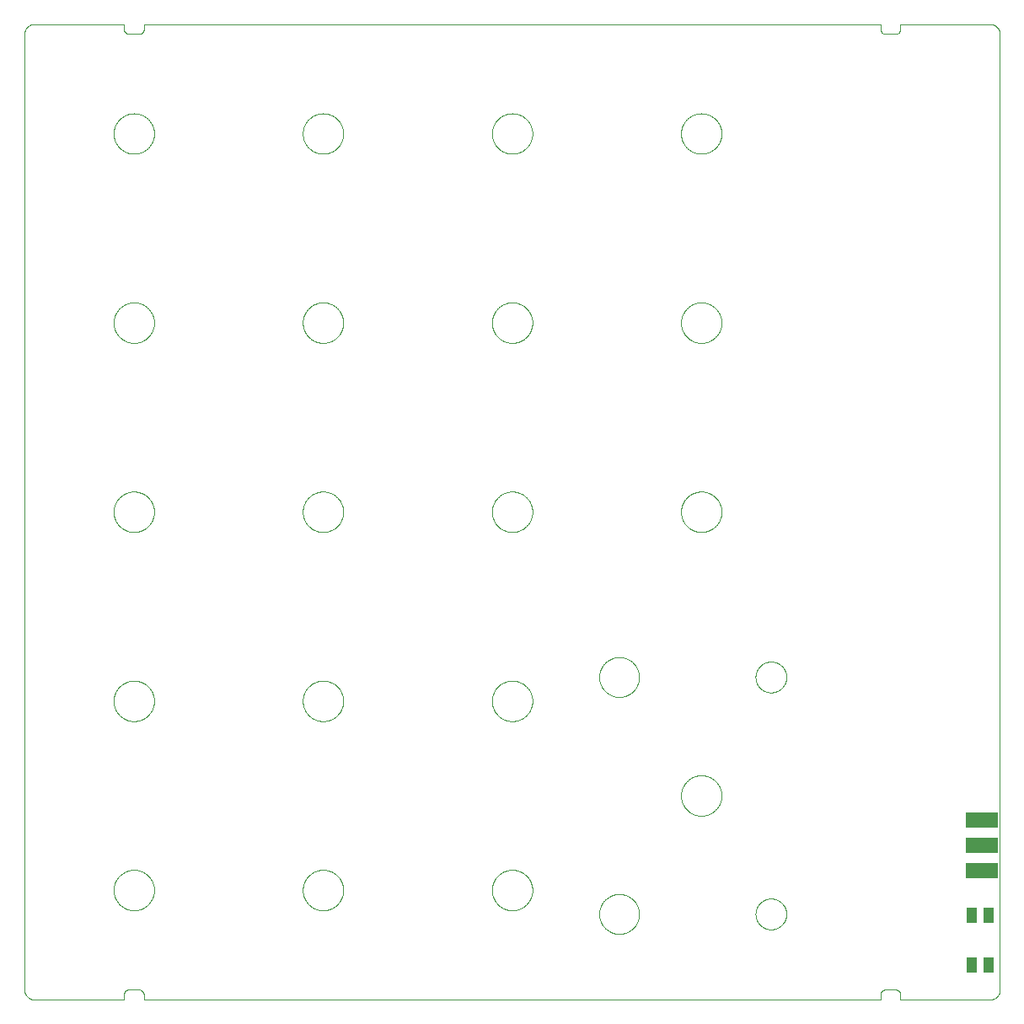
<source format=gtp>
G04 EAGLE Gerber RS-274X export*
G75*
%MOMM*%
%FSLAX34Y34*%
%LPD*%
%INTop solder paste for stencil*%
%IPPOS*%
%AMOC8*
5,1,8,0,0,1.08239X$1,22.5*%
G01*
%ADD10C,0.000000*%
%ADD11R,3.302000X1.524000*%
%ADD12R,1.000000X1.500000*%


D10*
X970000Y980000D02*
X880000Y980000D01*
X880000Y975000D01*
X879998Y974860D01*
X879992Y974720D01*
X879982Y974580D01*
X879969Y974440D01*
X879951Y974301D01*
X879929Y974162D01*
X879904Y974025D01*
X879875Y973887D01*
X879842Y973751D01*
X879805Y973616D01*
X879764Y973482D01*
X879719Y973349D01*
X879671Y973217D01*
X879619Y973087D01*
X879564Y972958D01*
X879505Y972831D01*
X879442Y972705D01*
X879376Y972581D01*
X879307Y972460D01*
X879234Y972340D01*
X879157Y972222D01*
X879078Y972107D01*
X878995Y971993D01*
X878909Y971883D01*
X878820Y971774D01*
X878728Y971668D01*
X878633Y971565D01*
X878536Y971464D01*
X878435Y971367D01*
X878332Y971272D01*
X878226Y971180D01*
X878117Y971091D01*
X878007Y971005D01*
X877893Y970922D01*
X877778Y970843D01*
X877660Y970766D01*
X877540Y970693D01*
X877419Y970624D01*
X877295Y970558D01*
X877169Y970495D01*
X877042Y970436D01*
X876913Y970381D01*
X876783Y970329D01*
X876651Y970281D01*
X876518Y970236D01*
X876384Y970195D01*
X876249Y970158D01*
X876113Y970125D01*
X875975Y970096D01*
X875838Y970071D01*
X875699Y970049D01*
X875560Y970031D01*
X875420Y970018D01*
X875280Y970008D01*
X875140Y970002D01*
X875000Y970000D01*
X865000Y970000D01*
X864860Y970002D01*
X864720Y970008D01*
X864580Y970018D01*
X864440Y970031D01*
X864301Y970049D01*
X864162Y970071D01*
X864025Y970096D01*
X863887Y970125D01*
X863751Y970158D01*
X863616Y970195D01*
X863482Y970236D01*
X863349Y970281D01*
X863217Y970329D01*
X863087Y970381D01*
X862958Y970436D01*
X862831Y970495D01*
X862705Y970558D01*
X862581Y970624D01*
X862460Y970693D01*
X862340Y970766D01*
X862222Y970843D01*
X862107Y970922D01*
X861993Y971005D01*
X861883Y971091D01*
X861774Y971180D01*
X861668Y971272D01*
X861565Y971367D01*
X861464Y971464D01*
X861367Y971565D01*
X861272Y971668D01*
X861180Y971774D01*
X861091Y971883D01*
X861005Y971993D01*
X860922Y972107D01*
X860843Y972222D01*
X860766Y972340D01*
X860693Y972460D01*
X860624Y972581D01*
X860558Y972705D01*
X860495Y972831D01*
X860436Y972958D01*
X860381Y973087D01*
X860329Y973217D01*
X860281Y973349D01*
X860236Y973482D01*
X860195Y973616D01*
X860158Y973751D01*
X860125Y973887D01*
X860096Y974025D01*
X860071Y974162D01*
X860049Y974301D01*
X860031Y974440D01*
X860018Y974580D01*
X860008Y974720D01*
X860002Y974860D01*
X860000Y975000D01*
X860000Y980000D01*
X120000Y980000D01*
X120000Y975000D01*
X119998Y974860D01*
X119992Y974720D01*
X119982Y974580D01*
X119969Y974440D01*
X119951Y974301D01*
X119929Y974162D01*
X119904Y974025D01*
X119875Y973887D01*
X119842Y973751D01*
X119805Y973616D01*
X119764Y973482D01*
X119719Y973349D01*
X119671Y973217D01*
X119619Y973087D01*
X119564Y972958D01*
X119505Y972831D01*
X119442Y972705D01*
X119376Y972581D01*
X119307Y972460D01*
X119234Y972340D01*
X119157Y972222D01*
X119078Y972107D01*
X118995Y971993D01*
X118909Y971883D01*
X118820Y971774D01*
X118728Y971668D01*
X118633Y971565D01*
X118536Y971464D01*
X118435Y971367D01*
X118332Y971272D01*
X118226Y971180D01*
X118117Y971091D01*
X118007Y971005D01*
X117893Y970922D01*
X117778Y970843D01*
X117660Y970766D01*
X117540Y970693D01*
X117419Y970624D01*
X117295Y970558D01*
X117169Y970495D01*
X117042Y970436D01*
X116913Y970381D01*
X116783Y970329D01*
X116651Y970281D01*
X116518Y970236D01*
X116384Y970195D01*
X116249Y970158D01*
X116113Y970125D01*
X115975Y970096D01*
X115838Y970071D01*
X115699Y970049D01*
X115560Y970031D01*
X115420Y970018D01*
X115280Y970008D01*
X115140Y970002D01*
X115000Y970000D01*
X105000Y970000D01*
X104860Y970002D01*
X104720Y970008D01*
X104580Y970018D01*
X104440Y970031D01*
X104301Y970049D01*
X104162Y970071D01*
X104025Y970096D01*
X103887Y970125D01*
X103751Y970158D01*
X103616Y970195D01*
X103482Y970236D01*
X103349Y970281D01*
X103217Y970329D01*
X103087Y970381D01*
X102958Y970436D01*
X102831Y970495D01*
X102705Y970558D01*
X102581Y970624D01*
X102460Y970693D01*
X102340Y970766D01*
X102222Y970843D01*
X102107Y970922D01*
X101993Y971005D01*
X101883Y971091D01*
X101774Y971180D01*
X101668Y971272D01*
X101565Y971367D01*
X101464Y971464D01*
X101367Y971565D01*
X101272Y971668D01*
X101180Y971774D01*
X101091Y971883D01*
X101005Y971993D01*
X100922Y972107D01*
X100843Y972222D01*
X100766Y972340D01*
X100693Y972460D01*
X100624Y972581D01*
X100558Y972705D01*
X100495Y972831D01*
X100436Y972958D01*
X100381Y973087D01*
X100329Y973217D01*
X100281Y973349D01*
X100236Y973482D01*
X100195Y973616D01*
X100158Y973751D01*
X100125Y973887D01*
X100096Y974025D01*
X100071Y974162D01*
X100049Y974301D01*
X100031Y974440D01*
X100018Y974580D01*
X100008Y974720D01*
X100002Y974860D01*
X100000Y975000D01*
X100000Y980000D01*
X10000Y980000D01*
X9758Y979997D01*
X9517Y979988D01*
X9276Y979974D01*
X9035Y979953D01*
X8795Y979927D01*
X8555Y979895D01*
X8316Y979857D01*
X8079Y979814D01*
X7842Y979764D01*
X7607Y979709D01*
X7373Y979649D01*
X7141Y979582D01*
X6910Y979511D01*
X6681Y979433D01*
X6454Y979350D01*
X6229Y979262D01*
X6006Y979168D01*
X5786Y979069D01*
X5568Y978964D01*
X5353Y978855D01*
X5140Y978740D01*
X4930Y978620D01*
X4724Y978495D01*
X4520Y978365D01*
X4319Y978230D01*
X4122Y978090D01*
X3928Y977946D01*
X3738Y977797D01*
X3552Y977643D01*
X3369Y977485D01*
X3190Y977323D01*
X3015Y977156D01*
X2844Y976985D01*
X2677Y976810D01*
X2515Y976631D01*
X2357Y976448D01*
X2203Y976262D01*
X2054Y976072D01*
X1910Y975878D01*
X1770Y975681D01*
X1635Y975480D01*
X1505Y975276D01*
X1380Y975070D01*
X1260Y974860D01*
X1145Y974647D01*
X1036Y974432D01*
X931Y974214D01*
X832Y973994D01*
X738Y973771D01*
X650Y973546D01*
X567Y973319D01*
X489Y973090D01*
X418Y972859D01*
X351Y972627D01*
X291Y972393D01*
X236Y972158D01*
X186Y971921D01*
X143Y971684D01*
X105Y971445D01*
X73Y971205D01*
X47Y970965D01*
X26Y970724D01*
X12Y970483D01*
X3Y970242D01*
X0Y970000D01*
X0Y10000D01*
X3Y9758D01*
X12Y9517D01*
X26Y9276D01*
X47Y9035D01*
X73Y8795D01*
X105Y8555D01*
X143Y8316D01*
X186Y8079D01*
X236Y7842D01*
X291Y7607D01*
X351Y7373D01*
X418Y7141D01*
X489Y6910D01*
X567Y6681D01*
X650Y6454D01*
X738Y6229D01*
X832Y6006D01*
X931Y5786D01*
X1036Y5568D01*
X1145Y5353D01*
X1260Y5140D01*
X1380Y4930D01*
X1505Y4724D01*
X1635Y4520D01*
X1770Y4319D01*
X1910Y4122D01*
X2054Y3928D01*
X2203Y3738D01*
X2357Y3552D01*
X2515Y3369D01*
X2677Y3190D01*
X2844Y3015D01*
X3015Y2844D01*
X3190Y2677D01*
X3369Y2515D01*
X3552Y2357D01*
X3738Y2203D01*
X3928Y2054D01*
X4122Y1910D01*
X4319Y1770D01*
X4520Y1635D01*
X4724Y1505D01*
X4930Y1380D01*
X5140Y1260D01*
X5353Y1145D01*
X5568Y1036D01*
X5786Y931D01*
X6006Y832D01*
X6229Y738D01*
X6454Y650D01*
X6681Y567D01*
X6910Y489D01*
X7141Y418D01*
X7373Y351D01*
X7607Y291D01*
X7842Y236D01*
X8079Y186D01*
X8316Y143D01*
X8555Y105D01*
X8795Y73D01*
X9035Y47D01*
X9276Y26D01*
X9517Y12D01*
X9758Y3D01*
X10000Y0D01*
X100000Y0D01*
X100000Y5000D01*
X100002Y5140D01*
X100008Y5280D01*
X100018Y5420D01*
X100031Y5560D01*
X100049Y5699D01*
X100071Y5838D01*
X100096Y5975D01*
X100125Y6113D01*
X100158Y6249D01*
X100195Y6384D01*
X100236Y6518D01*
X100281Y6651D01*
X100329Y6783D01*
X100381Y6913D01*
X100436Y7042D01*
X100495Y7169D01*
X100558Y7295D01*
X100624Y7419D01*
X100693Y7540D01*
X100766Y7660D01*
X100843Y7778D01*
X100922Y7893D01*
X101005Y8007D01*
X101091Y8117D01*
X101180Y8226D01*
X101272Y8332D01*
X101367Y8435D01*
X101464Y8536D01*
X101565Y8633D01*
X101668Y8728D01*
X101774Y8820D01*
X101883Y8909D01*
X101993Y8995D01*
X102107Y9078D01*
X102222Y9157D01*
X102340Y9234D01*
X102460Y9307D01*
X102581Y9376D01*
X102705Y9442D01*
X102831Y9505D01*
X102958Y9564D01*
X103087Y9619D01*
X103217Y9671D01*
X103349Y9719D01*
X103482Y9764D01*
X103616Y9805D01*
X103751Y9842D01*
X103887Y9875D01*
X104025Y9904D01*
X104162Y9929D01*
X104301Y9951D01*
X104440Y9969D01*
X104580Y9982D01*
X104720Y9992D01*
X104860Y9998D01*
X105000Y10000D01*
X115000Y10000D01*
X115140Y9998D01*
X115280Y9992D01*
X115420Y9982D01*
X115560Y9969D01*
X115699Y9951D01*
X115838Y9929D01*
X115975Y9904D01*
X116113Y9875D01*
X116249Y9842D01*
X116384Y9805D01*
X116518Y9764D01*
X116651Y9719D01*
X116783Y9671D01*
X116913Y9619D01*
X117042Y9564D01*
X117169Y9505D01*
X117295Y9442D01*
X117419Y9376D01*
X117540Y9307D01*
X117660Y9234D01*
X117778Y9157D01*
X117893Y9078D01*
X118007Y8995D01*
X118117Y8909D01*
X118226Y8820D01*
X118332Y8728D01*
X118435Y8633D01*
X118536Y8536D01*
X118633Y8435D01*
X118728Y8332D01*
X118820Y8226D01*
X118909Y8117D01*
X118995Y8007D01*
X119078Y7893D01*
X119157Y7778D01*
X119234Y7660D01*
X119307Y7540D01*
X119376Y7419D01*
X119442Y7295D01*
X119505Y7169D01*
X119564Y7042D01*
X119619Y6913D01*
X119671Y6783D01*
X119719Y6651D01*
X119764Y6518D01*
X119805Y6384D01*
X119842Y6249D01*
X119875Y6113D01*
X119904Y5975D01*
X119929Y5838D01*
X119951Y5699D01*
X119969Y5560D01*
X119982Y5420D01*
X119992Y5280D01*
X119998Y5140D01*
X120000Y5000D01*
X120000Y0D01*
X860000Y0D01*
X860000Y5000D01*
X860002Y5140D01*
X860008Y5280D01*
X860018Y5420D01*
X860031Y5560D01*
X860049Y5699D01*
X860071Y5838D01*
X860096Y5975D01*
X860125Y6113D01*
X860158Y6249D01*
X860195Y6384D01*
X860236Y6518D01*
X860281Y6651D01*
X860329Y6783D01*
X860381Y6913D01*
X860436Y7042D01*
X860495Y7169D01*
X860558Y7295D01*
X860624Y7419D01*
X860693Y7540D01*
X860766Y7660D01*
X860843Y7778D01*
X860922Y7893D01*
X861005Y8007D01*
X861091Y8117D01*
X861180Y8226D01*
X861272Y8332D01*
X861367Y8435D01*
X861464Y8536D01*
X861565Y8633D01*
X861668Y8728D01*
X861774Y8820D01*
X861883Y8909D01*
X861993Y8995D01*
X862107Y9078D01*
X862222Y9157D01*
X862340Y9234D01*
X862460Y9307D01*
X862581Y9376D01*
X862705Y9442D01*
X862831Y9505D01*
X862958Y9564D01*
X863087Y9619D01*
X863217Y9671D01*
X863349Y9719D01*
X863482Y9764D01*
X863616Y9805D01*
X863751Y9842D01*
X863887Y9875D01*
X864025Y9904D01*
X864162Y9929D01*
X864301Y9951D01*
X864440Y9969D01*
X864580Y9982D01*
X864720Y9992D01*
X864860Y9998D01*
X865000Y10000D01*
X875000Y10000D01*
X875140Y9998D01*
X875280Y9992D01*
X875420Y9982D01*
X875560Y9969D01*
X875699Y9951D01*
X875838Y9929D01*
X875975Y9904D01*
X876113Y9875D01*
X876249Y9842D01*
X876384Y9805D01*
X876518Y9764D01*
X876651Y9719D01*
X876783Y9671D01*
X876913Y9619D01*
X877042Y9564D01*
X877169Y9505D01*
X877295Y9442D01*
X877419Y9376D01*
X877540Y9307D01*
X877660Y9234D01*
X877778Y9157D01*
X877893Y9078D01*
X878007Y8995D01*
X878117Y8909D01*
X878226Y8820D01*
X878332Y8728D01*
X878435Y8633D01*
X878536Y8536D01*
X878633Y8435D01*
X878728Y8332D01*
X878820Y8226D01*
X878909Y8117D01*
X878995Y8007D01*
X879078Y7893D01*
X879157Y7778D01*
X879234Y7660D01*
X879307Y7540D01*
X879376Y7419D01*
X879442Y7295D01*
X879505Y7169D01*
X879564Y7042D01*
X879619Y6913D01*
X879671Y6783D01*
X879719Y6651D01*
X879764Y6518D01*
X879805Y6384D01*
X879842Y6249D01*
X879875Y6113D01*
X879904Y5975D01*
X879929Y5838D01*
X879951Y5699D01*
X879969Y5560D01*
X879982Y5420D01*
X879992Y5280D01*
X879998Y5140D01*
X880000Y5000D01*
X880000Y0D01*
X970000Y0D01*
X970242Y3D01*
X970483Y12D01*
X970724Y26D01*
X970965Y47D01*
X971205Y73D01*
X971445Y105D01*
X971684Y143D01*
X971921Y186D01*
X972158Y236D01*
X972393Y291D01*
X972627Y351D01*
X972859Y418D01*
X973090Y489D01*
X973319Y567D01*
X973546Y650D01*
X973771Y738D01*
X973994Y832D01*
X974214Y931D01*
X974432Y1036D01*
X974647Y1145D01*
X974860Y1260D01*
X975070Y1380D01*
X975276Y1505D01*
X975480Y1635D01*
X975681Y1770D01*
X975878Y1910D01*
X976072Y2054D01*
X976262Y2203D01*
X976448Y2357D01*
X976631Y2515D01*
X976810Y2677D01*
X976985Y2844D01*
X977156Y3015D01*
X977323Y3190D01*
X977485Y3369D01*
X977643Y3552D01*
X977797Y3738D01*
X977946Y3928D01*
X978090Y4122D01*
X978230Y4319D01*
X978365Y4520D01*
X978495Y4724D01*
X978620Y4930D01*
X978740Y5140D01*
X978855Y5353D01*
X978964Y5568D01*
X979069Y5786D01*
X979168Y6006D01*
X979262Y6229D01*
X979350Y6454D01*
X979433Y6681D01*
X979511Y6910D01*
X979582Y7141D01*
X979649Y7373D01*
X979709Y7607D01*
X979764Y7842D01*
X979814Y8079D01*
X979857Y8316D01*
X979895Y8555D01*
X979927Y8795D01*
X979953Y9035D01*
X979974Y9276D01*
X979988Y9517D01*
X979997Y9758D01*
X980000Y10000D01*
X980000Y970000D01*
X979997Y970242D01*
X979988Y970483D01*
X979974Y970724D01*
X979953Y970965D01*
X979927Y971205D01*
X979895Y971445D01*
X979857Y971684D01*
X979814Y971921D01*
X979764Y972158D01*
X979709Y972393D01*
X979649Y972627D01*
X979582Y972859D01*
X979511Y973090D01*
X979433Y973319D01*
X979350Y973546D01*
X979262Y973771D01*
X979168Y973994D01*
X979069Y974214D01*
X978964Y974432D01*
X978855Y974647D01*
X978740Y974860D01*
X978620Y975070D01*
X978495Y975276D01*
X978365Y975480D01*
X978230Y975681D01*
X978090Y975878D01*
X977946Y976072D01*
X977797Y976262D01*
X977643Y976448D01*
X977485Y976631D01*
X977323Y976810D01*
X977156Y976985D01*
X976985Y977156D01*
X976810Y977323D01*
X976631Y977485D01*
X976448Y977643D01*
X976262Y977797D01*
X976072Y977946D01*
X975878Y978090D01*
X975681Y978230D01*
X975480Y978365D01*
X975276Y978495D01*
X975070Y978620D01*
X974860Y978740D01*
X974647Y978855D01*
X974432Y978964D01*
X974214Y979069D01*
X973994Y979168D01*
X973771Y979262D01*
X973546Y979350D01*
X973319Y979433D01*
X973090Y979511D01*
X972859Y979582D01*
X972627Y979649D01*
X972393Y979709D01*
X972158Y979764D01*
X971921Y979814D01*
X971684Y979857D01*
X971445Y979895D01*
X971205Y979927D01*
X970965Y979953D01*
X970724Y979974D01*
X970483Y979988D01*
X970242Y979997D01*
X970000Y980000D01*
X734500Y324000D02*
X734505Y324380D01*
X734519Y324761D01*
X734542Y325140D01*
X734575Y325519D01*
X734617Y325897D01*
X734668Y326274D01*
X734728Y326650D01*
X734798Y327024D01*
X734877Y327396D01*
X734965Y327766D01*
X735061Y328134D01*
X735167Y328499D01*
X735282Y328862D01*
X735406Y329222D01*
X735539Y329578D01*
X735680Y329932D01*
X735830Y330281D01*
X735988Y330627D01*
X736155Y330969D01*
X736330Y331307D01*
X736514Y331640D01*
X736705Y331969D01*
X736905Y332292D01*
X737112Y332611D01*
X737327Y332925D01*
X737550Y333233D01*
X737781Y333536D01*
X738018Y333833D01*
X738263Y334124D01*
X738515Y334409D01*
X738774Y334688D01*
X739040Y334960D01*
X739312Y335226D01*
X739591Y335485D01*
X739876Y335737D01*
X740167Y335982D01*
X740464Y336219D01*
X740767Y336450D01*
X741075Y336673D01*
X741389Y336888D01*
X741708Y337095D01*
X742031Y337295D01*
X742360Y337486D01*
X742693Y337670D01*
X743031Y337845D01*
X743373Y338012D01*
X743719Y338170D01*
X744068Y338320D01*
X744422Y338461D01*
X744778Y338594D01*
X745138Y338718D01*
X745501Y338833D01*
X745866Y338939D01*
X746234Y339035D01*
X746604Y339123D01*
X746976Y339202D01*
X747350Y339272D01*
X747726Y339332D01*
X748103Y339383D01*
X748481Y339425D01*
X748860Y339458D01*
X749239Y339481D01*
X749620Y339495D01*
X750000Y339500D01*
X750380Y339495D01*
X750761Y339481D01*
X751140Y339458D01*
X751519Y339425D01*
X751897Y339383D01*
X752274Y339332D01*
X752650Y339272D01*
X753024Y339202D01*
X753396Y339123D01*
X753766Y339035D01*
X754134Y338939D01*
X754499Y338833D01*
X754862Y338718D01*
X755222Y338594D01*
X755578Y338461D01*
X755932Y338320D01*
X756281Y338170D01*
X756627Y338012D01*
X756969Y337845D01*
X757307Y337670D01*
X757640Y337486D01*
X757969Y337295D01*
X758292Y337095D01*
X758611Y336888D01*
X758925Y336673D01*
X759233Y336450D01*
X759536Y336219D01*
X759833Y335982D01*
X760124Y335737D01*
X760409Y335485D01*
X760688Y335226D01*
X760960Y334960D01*
X761226Y334688D01*
X761485Y334409D01*
X761737Y334124D01*
X761982Y333833D01*
X762219Y333536D01*
X762450Y333233D01*
X762673Y332925D01*
X762888Y332611D01*
X763095Y332292D01*
X763295Y331969D01*
X763486Y331640D01*
X763670Y331307D01*
X763845Y330969D01*
X764012Y330627D01*
X764170Y330281D01*
X764320Y329932D01*
X764461Y329578D01*
X764594Y329222D01*
X764718Y328862D01*
X764833Y328499D01*
X764939Y328134D01*
X765035Y327766D01*
X765123Y327396D01*
X765202Y327024D01*
X765272Y326650D01*
X765332Y326274D01*
X765383Y325897D01*
X765425Y325519D01*
X765458Y325140D01*
X765481Y324761D01*
X765495Y324380D01*
X765500Y324000D01*
X765495Y323620D01*
X765481Y323239D01*
X765458Y322860D01*
X765425Y322481D01*
X765383Y322103D01*
X765332Y321726D01*
X765272Y321350D01*
X765202Y320976D01*
X765123Y320604D01*
X765035Y320234D01*
X764939Y319866D01*
X764833Y319501D01*
X764718Y319138D01*
X764594Y318778D01*
X764461Y318422D01*
X764320Y318068D01*
X764170Y317719D01*
X764012Y317373D01*
X763845Y317031D01*
X763670Y316693D01*
X763486Y316360D01*
X763295Y316031D01*
X763095Y315708D01*
X762888Y315389D01*
X762673Y315075D01*
X762450Y314767D01*
X762219Y314464D01*
X761982Y314167D01*
X761737Y313876D01*
X761485Y313591D01*
X761226Y313312D01*
X760960Y313040D01*
X760688Y312774D01*
X760409Y312515D01*
X760124Y312263D01*
X759833Y312018D01*
X759536Y311781D01*
X759233Y311550D01*
X758925Y311327D01*
X758611Y311112D01*
X758292Y310905D01*
X757969Y310705D01*
X757640Y310514D01*
X757307Y310330D01*
X756969Y310155D01*
X756627Y309988D01*
X756281Y309830D01*
X755932Y309680D01*
X755578Y309539D01*
X755222Y309406D01*
X754862Y309282D01*
X754499Y309167D01*
X754134Y309061D01*
X753766Y308965D01*
X753396Y308877D01*
X753024Y308798D01*
X752650Y308728D01*
X752274Y308668D01*
X751897Y308617D01*
X751519Y308575D01*
X751140Y308542D01*
X750761Y308519D01*
X750380Y308505D01*
X750000Y308500D01*
X749620Y308505D01*
X749239Y308519D01*
X748860Y308542D01*
X748481Y308575D01*
X748103Y308617D01*
X747726Y308668D01*
X747350Y308728D01*
X746976Y308798D01*
X746604Y308877D01*
X746234Y308965D01*
X745866Y309061D01*
X745501Y309167D01*
X745138Y309282D01*
X744778Y309406D01*
X744422Y309539D01*
X744068Y309680D01*
X743719Y309830D01*
X743373Y309988D01*
X743031Y310155D01*
X742693Y310330D01*
X742360Y310514D01*
X742031Y310705D01*
X741708Y310905D01*
X741389Y311112D01*
X741075Y311327D01*
X740767Y311550D01*
X740464Y311781D01*
X740167Y312018D01*
X739876Y312263D01*
X739591Y312515D01*
X739312Y312774D01*
X739040Y313040D01*
X738774Y313312D01*
X738515Y313591D01*
X738263Y313876D01*
X738018Y314167D01*
X737781Y314464D01*
X737550Y314767D01*
X737327Y315075D01*
X737112Y315389D01*
X736905Y315708D01*
X736705Y316031D01*
X736514Y316360D01*
X736330Y316693D01*
X736155Y317031D01*
X735988Y317373D01*
X735830Y317719D01*
X735680Y318068D01*
X735539Y318422D01*
X735406Y318778D01*
X735282Y319138D01*
X735167Y319501D01*
X735061Y319866D01*
X734965Y320234D01*
X734877Y320604D01*
X734798Y320976D01*
X734728Y321350D01*
X734668Y321726D01*
X734617Y322103D01*
X734575Y322481D01*
X734542Y322860D01*
X734519Y323239D01*
X734505Y323620D01*
X734500Y324000D01*
X734500Y86000D02*
X734505Y86380D01*
X734519Y86761D01*
X734542Y87140D01*
X734575Y87519D01*
X734617Y87897D01*
X734668Y88274D01*
X734728Y88650D01*
X734798Y89024D01*
X734877Y89396D01*
X734965Y89766D01*
X735061Y90134D01*
X735167Y90499D01*
X735282Y90862D01*
X735406Y91222D01*
X735539Y91578D01*
X735680Y91932D01*
X735830Y92281D01*
X735988Y92627D01*
X736155Y92969D01*
X736330Y93307D01*
X736514Y93640D01*
X736705Y93969D01*
X736905Y94292D01*
X737112Y94611D01*
X737327Y94925D01*
X737550Y95233D01*
X737781Y95536D01*
X738018Y95833D01*
X738263Y96124D01*
X738515Y96409D01*
X738774Y96688D01*
X739040Y96960D01*
X739312Y97226D01*
X739591Y97485D01*
X739876Y97737D01*
X740167Y97982D01*
X740464Y98219D01*
X740767Y98450D01*
X741075Y98673D01*
X741389Y98888D01*
X741708Y99095D01*
X742031Y99295D01*
X742360Y99486D01*
X742693Y99670D01*
X743031Y99845D01*
X743373Y100012D01*
X743719Y100170D01*
X744068Y100320D01*
X744422Y100461D01*
X744778Y100594D01*
X745138Y100718D01*
X745501Y100833D01*
X745866Y100939D01*
X746234Y101035D01*
X746604Y101123D01*
X746976Y101202D01*
X747350Y101272D01*
X747726Y101332D01*
X748103Y101383D01*
X748481Y101425D01*
X748860Y101458D01*
X749239Y101481D01*
X749620Y101495D01*
X750000Y101500D01*
X750380Y101495D01*
X750761Y101481D01*
X751140Y101458D01*
X751519Y101425D01*
X751897Y101383D01*
X752274Y101332D01*
X752650Y101272D01*
X753024Y101202D01*
X753396Y101123D01*
X753766Y101035D01*
X754134Y100939D01*
X754499Y100833D01*
X754862Y100718D01*
X755222Y100594D01*
X755578Y100461D01*
X755932Y100320D01*
X756281Y100170D01*
X756627Y100012D01*
X756969Y99845D01*
X757307Y99670D01*
X757640Y99486D01*
X757969Y99295D01*
X758292Y99095D01*
X758611Y98888D01*
X758925Y98673D01*
X759233Y98450D01*
X759536Y98219D01*
X759833Y97982D01*
X760124Y97737D01*
X760409Y97485D01*
X760688Y97226D01*
X760960Y96960D01*
X761226Y96688D01*
X761485Y96409D01*
X761737Y96124D01*
X761982Y95833D01*
X762219Y95536D01*
X762450Y95233D01*
X762673Y94925D01*
X762888Y94611D01*
X763095Y94292D01*
X763295Y93969D01*
X763486Y93640D01*
X763670Y93307D01*
X763845Y92969D01*
X764012Y92627D01*
X764170Y92281D01*
X764320Y91932D01*
X764461Y91578D01*
X764594Y91222D01*
X764718Y90862D01*
X764833Y90499D01*
X764939Y90134D01*
X765035Y89766D01*
X765123Y89396D01*
X765202Y89024D01*
X765272Y88650D01*
X765332Y88274D01*
X765383Y87897D01*
X765425Y87519D01*
X765458Y87140D01*
X765481Y86761D01*
X765495Y86380D01*
X765500Y86000D01*
X765495Y85620D01*
X765481Y85239D01*
X765458Y84860D01*
X765425Y84481D01*
X765383Y84103D01*
X765332Y83726D01*
X765272Y83350D01*
X765202Y82976D01*
X765123Y82604D01*
X765035Y82234D01*
X764939Y81866D01*
X764833Y81501D01*
X764718Y81138D01*
X764594Y80778D01*
X764461Y80422D01*
X764320Y80068D01*
X764170Y79719D01*
X764012Y79373D01*
X763845Y79031D01*
X763670Y78693D01*
X763486Y78360D01*
X763295Y78031D01*
X763095Y77708D01*
X762888Y77389D01*
X762673Y77075D01*
X762450Y76767D01*
X762219Y76464D01*
X761982Y76167D01*
X761737Y75876D01*
X761485Y75591D01*
X761226Y75312D01*
X760960Y75040D01*
X760688Y74774D01*
X760409Y74515D01*
X760124Y74263D01*
X759833Y74018D01*
X759536Y73781D01*
X759233Y73550D01*
X758925Y73327D01*
X758611Y73112D01*
X758292Y72905D01*
X757969Y72705D01*
X757640Y72514D01*
X757307Y72330D01*
X756969Y72155D01*
X756627Y71988D01*
X756281Y71830D01*
X755932Y71680D01*
X755578Y71539D01*
X755222Y71406D01*
X754862Y71282D01*
X754499Y71167D01*
X754134Y71061D01*
X753766Y70965D01*
X753396Y70877D01*
X753024Y70798D01*
X752650Y70728D01*
X752274Y70668D01*
X751897Y70617D01*
X751519Y70575D01*
X751140Y70542D01*
X750761Y70519D01*
X750380Y70505D01*
X750000Y70500D01*
X749620Y70505D01*
X749239Y70519D01*
X748860Y70542D01*
X748481Y70575D01*
X748103Y70617D01*
X747726Y70668D01*
X747350Y70728D01*
X746976Y70798D01*
X746604Y70877D01*
X746234Y70965D01*
X745866Y71061D01*
X745501Y71167D01*
X745138Y71282D01*
X744778Y71406D01*
X744422Y71539D01*
X744068Y71680D01*
X743719Y71830D01*
X743373Y71988D01*
X743031Y72155D01*
X742693Y72330D01*
X742360Y72514D01*
X742031Y72705D01*
X741708Y72905D01*
X741389Y73112D01*
X741075Y73327D01*
X740767Y73550D01*
X740464Y73781D01*
X740167Y74018D01*
X739876Y74263D01*
X739591Y74515D01*
X739312Y74774D01*
X739040Y75040D01*
X738774Y75312D01*
X738515Y75591D01*
X738263Y75876D01*
X738018Y76167D01*
X737781Y76464D01*
X737550Y76767D01*
X737327Y77075D01*
X737112Y77389D01*
X736905Y77708D01*
X736705Y78031D01*
X736514Y78360D01*
X736330Y78693D01*
X736155Y79031D01*
X735988Y79373D01*
X735830Y79719D01*
X735680Y80068D01*
X735539Y80422D01*
X735406Y80778D01*
X735282Y81138D01*
X735167Y81501D01*
X735061Y81866D01*
X734965Y82234D01*
X734877Y82604D01*
X734798Y82976D01*
X734728Y83350D01*
X734668Y83726D01*
X734617Y84103D01*
X734575Y84481D01*
X734542Y84860D01*
X734519Y85239D01*
X734505Y85620D01*
X734500Y86000D01*
X577500Y86000D02*
X577506Y86491D01*
X577524Y86981D01*
X577554Y87471D01*
X577596Y87960D01*
X577650Y88448D01*
X577716Y88935D01*
X577794Y89419D01*
X577884Y89902D01*
X577986Y90382D01*
X578099Y90860D01*
X578224Y91334D01*
X578361Y91806D01*
X578509Y92274D01*
X578669Y92738D01*
X578840Y93198D01*
X579022Y93654D01*
X579216Y94105D01*
X579420Y94551D01*
X579636Y94992D01*
X579862Y95428D01*
X580098Y95858D01*
X580345Y96282D01*
X580603Y96700D01*
X580871Y97111D01*
X581148Y97516D01*
X581436Y97914D01*
X581733Y98305D01*
X582040Y98688D01*
X582356Y99063D01*
X582681Y99431D01*
X583015Y99791D01*
X583358Y100142D01*
X583709Y100485D01*
X584069Y100819D01*
X584437Y101144D01*
X584812Y101460D01*
X585195Y101767D01*
X585586Y102064D01*
X585984Y102352D01*
X586389Y102629D01*
X586800Y102897D01*
X587218Y103155D01*
X587642Y103402D01*
X588072Y103638D01*
X588508Y103864D01*
X588949Y104080D01*
X589395Y104284D01*
X589846Y104478D01*
X590302Y104660D01*
X590762Y104831D01*
X591226Y104991D01*
X591694Y105139D01*
X592166Y105276D01*
X592640Y105401D01*
X593118Y105514D01*
X593598Y105616D01*
X594081Y105706D01*
X594565Y105784D01*
X595052Y105850D01*
X595540Y105904D01*
X596029Y105946D01*
X596519Y105976D01*
X597009Y105994D01*
X597500Y106000D01*
X597991Y105994D01*
X598481Y105976D01*
X598971Y105946D01*
X599460Y105904D01*
X599948Y105850D01*
X600435Y105784D01*
X600919Y105706D01*
X601402Y105616D01*
X601882Y105514D01*
X602360Y105401D01*
X602834Y105276D01*
X603306Y105139D01*
X603774Y104991D01*
X604238Y104831D01*
X604698Y104660D01*
X605154Y104478D01*
X605605Y104284D01*
X606051Y104080D01*
X606492Y103864D01*
X606928Y103638D01*
X607358Y103402D01*
X607782Y103155D01*
X608200Y102897D01*
X608611Y102629D01*
X609016Y102352D01*
X609414Y102064D01*
X609805Y101767D01*
X610188Y101460D01*
X610563Y101144D01*
X610931Y100819D01*
X611291Y100485D01*
X611642Y100142D01*
X611985Y99791D01*
X612319Y99431D01*
X612644Y99063D01*
X612960Y98688D01*
X613267Y98305D01*
X613564Y97914D01*
X613852Y97516D01*
X614129Y97111D01*
X614397Y96700D01*
X614655Y96282D01*
X614902Y95858D01*
X615138Y95428D01*
X615364Y94992D01*
X615580Y94551D01*
X615784Y94105D01*
X615978Y93654D01*
X616160Y93198D01*
X616331Y92738D01*
X616491Y92274D01*
X616639Y91806D01*
X616776Y91334D01*
X616901Y90860D01*
X617014Y90382D01*
X617116Y89902D01*
X617206Y89419D01*
X617284Y88935D01*
X617350Y88448D01*
X617404Y87960D01*
X617446Y87471D01*
X617476Y86981D01*
X617494Y86491D01*
X617500Y86000D01*
X617494Y85509D01*
X617476Y85019D01*
X617446Y84529D01*
X617404Y84040D01*
X617350Y83552D01*
X617284Y83065D01*
X617206Y82581D01*
X617116Y82098D01*
X617014Y81618D01*
X616901Y81140D01*
X616776Y80666D01*
X616639Y80194D01*
X616491Y79726D01*
X616331Y79262D01*
X616160Y78802D01*
X615978Y78346D01*
X615784Y77895D01*
X615580Y77449D01*
X615364Y77008D01*
X615138Y76572D01*
X614902Y76142D01*
X614655Y75718D01*
X614397Y75300D01*
X614129Y74889D01*
X613852Y74484D01*
X613564Y74086D01*
X613267Y73695D01*
X612960Y73312D01*
X612644Y72937D01*
X612319Y72569D01*
X611985Y72209D01*
X611642Y71858D01*
X611291Y71515D01*
X610931Y71181D01*
X610563Y70856D01*
X610188Y70540D01*
X609805Y70233D01*
X609414Y69936D01*
X609016Y69648D01*
X608611Y69371D01*
X608200Y69103D01*
X607782Y68845D01*
X607358Y68598D01*
X606928Y68362D01*
X606492Y68136D01*
X606051Y67920D01*
X605605Y67716D01*
X605154Y67522D01*
X604698Y67340D01*
X604238Y67169D01*
X603774Y67009D01*
X603306Y66861D01*
X602834Y66724D01*
X602360Y66599D01*
X601882Y66486D01*
X601402Y66384D01*
X600919Y66294D01*
X600435Y66216D01*
X599948Y66150D01*
X599460Y66096D01*
X598971Y66054D01*
X598481Y66024D01*
X597991Y66006D01*
X597500Y66000D01*
X597009Y66006D01*
X596519Y66024D01*
X596029Y66054D01*
X595540Y66096D01*
X595052Y66150D01*
X594565Y66216D01*
X594081Y66294D01*
X593598Y66384D01*
X593118Y66486D01*
X592640Y66599D01*
X592166Y66724D01*
X591694Y66861D01*
X591226Y67009D01*
X590762Y67169D01*
X590302Y67340D01*
X589846Y67522D01*
X589395Y67716D01*
X588949Y67920D01*
X588508Y68136D01*
X588072Y68362D01*
X587642Y68598D01*
X587218Y68845D01*
X586800Y69103D01*
X586389Y69371D01*
X585984Y69648D01*
X585586Y69936D01*
X585195Y70233D01*
X584812Y70540D01*
X584437Y70856D01*
X584069Y71181D01*
X583709Y71515D01*
X583358Y71858D01*
X583015Y72209D01*
X582681Y72569D01*
X582356Y72937D01*
X582040Y73312D01*
X581733Y73695D01*
X581436Y74086D01*
X581148Y74484D01*
X580871Y74889D01*
X580603Y75300D01*
X580345Y75718D01*
X580098Y76142D01*
X579862Y76572D01*
X579636Y77008D01*
X579420Y77449D01*
X579216Y77895D01*
X579022Y78346D01*
X578840Y78802D01*
X578669Y79262D01*
X578509Y79726D01*
X578361Y80194D01*
X578224Y80666D01*
X578099Y81140D01*
X577986Y81618D01*
X577884Y82098D01*
X577794Y82581D01*
X577716Y83065D01*
X577650Y83552D01*
X577596Y84040D01*
X577554Y84529D01*
X577524Y85019D01*
X577506Y85509D01*
X577500Y86000D01*
X577500Y324000D02*
X577506Y324491D01*
X577524Y324981D01*
X577554Y325471D01*
X577596Y325960D01*
X577650Y326448D01*
X577716Y326935D01*
X577794Y327419D01*
X577884Y327902D01*
X577986Y328382D01*
X578099Y328860D01*
X578224Y329334D01*
X578361Y329806D01*
X578509Y330274D01*
X578669Y330738D01*
X578840Y331198D01*
X579022Y331654D01*
X579216Y332105D01*
X579420Y332551D01*
X579636Y332992D01*
X579862Y333428D01*
X580098Y333858D01*
X580345Y334282D01*
X580603Y334700D01*
X580871Y335111D01*
X581148Y335516D01*
X581436Y335914D01*
X581733Y336305D01*
X582040Y336688D01*
X582356Y337063D01*
X582681Y337431D01*
X583015Y337791D01*
X583358Y338142D01*
X583709Y338485D01*
X584069Y338819D01*
X584437Y339144D01*
X584812Y339460D01*
X585195Y339767D01*
X585586Y340064D01*
X585984Y340352D01*
X586389Y340629D01*
X586800Y340897D01*
X587218Y341155D01*
X587642Y341402D01*
X588072Y341638D01*
X588508Y341864D01*
X588949Y342080D01*
X589395Y342284D01*
X589846Y342478D01*
X590302Y342660D01*
X590762Y342831D01*
X591226Y342991D01*
X591694Y343139D01*
X592166Y343276D01*
X592640Y343401D01*
X593118Y343514D01*
X593598Y343616D01*
X594081Y343706D01*
X594565Y343784D01*
X595052Y343850D01*
X595540Y343904D01*
X596029Y343946D01*
X596519Y343976D01*
X597009Y343994D01*
X597500Y344000D01*
X597991Y343994D01*
X598481Y343976D01*
X598971Y343946D01*
X599460Y343904D01*
X599948Y343850D01*
X600435Y343784D01*
X600919Y343706D01*
X601402Y343616D01*
X601882Y343514D01*
X602360Y343401D01*
X602834Y343276D01*
X603306Y343139D01*
X603774Y342991D01*
X604238Y342831D01*
X604698Y342660D01*
X605154Y342478D01*
X605605Y342284D01*
X606051Y342080D01*
X606492Y341864D01*
X606928Y341638D01*
X607358Y341402D01*
X607782Y341155D01*
X608200Y340897D01*
X608611Y340629D01*
X609016Y340352D01*
X609414Y340064D01*
X609805Y339767D01*
X610188Y339460D01*
X610563Y339144D01*
X610931Y338819D01*
X611291Y338485D01*
X611642Y338142D01*
X611985Y337791D01*
X612319Y337431D01*
X612644Y337063D01*
X612960Y336688D01*
X613267Y336305D01*
X613564Y335914D01*
X613852Y335516D01*
X614129Y335111D01*
X614397Y334700D01*
X614655Y334282D01*
X614902Y333858D01*
X615138Y333428D01*
X615364Y332992D01*
X615580Y332551D01*
X615784Y332105D01*
X615978Y331654D01*
X616160Y331198D01*
X616331Y330738D01*
X616491Y330274D01*
X616639Y329806D01*
X616776Y329334D01*
X616901Y328860D01*
X617014Y328382D01*
X617116Y327902D01*
X617206Y327419D01*
X617284Y326935D01*
X617350Y326448D01*
X617404Y325960D01*
X617446Y325471D01*
X617476Y324981D01*
X617494Y324491D01*
X617500Y324000D01*
X617494Y323509D01*
X617476Y323019D01*
X617446Y322529D01*
X617404Y322040D01*
X617350Y321552D01*
X617284Y321065D01*
X617206Y320581D01*
X617116Y320098D01*
X617014Y319618D01*
X616901Y319140D01*
X616776Y318666D01*
X616639Y318194D01*
X616491Y317726D01*
X616331Y317262D01*
X616160Y316802D01*
X615978Y316346D01*
X615784Y315895D01*
X615580Y315449D01*
X615364Y315008D01*
X615138Y314572D01*
X614902Y314142D01*
X614655Y313718D01*
X614397Y313300D01*
X614129Y312889D01*
X613852Y312484D01*
X613564Y312086D01*
X613267Y311695D01*
X612960Y311312D01*
X612644Y310937D01*
X612319Y310569D01*
X611985Y310209D01*
X611642Y309858D01*
X611291Y309515D01*
X610931Y309181D01*
X610563Y308856D01*
X610188Y308540D01*
X609805Y308233D01*
X609414Y307936D01*
X609016Y307648D01*
X608611Y307371D01*
X608200Y307103D01*
X607782Y306845D01*
X607358Y306598D01*
X606928Y306362D01*
X606492Y306136D01*
X606051Y305920D01*
X605605Y305716D01*
X605154Y305522D01*
X604698Y305340D01*
X604238Y305169D01*
X603774Y305009D01*
X603306Y304861D01*
X602834Y304724D01*
X602360Y304599D01*
X601882Y304486D01*
X601402Y304384D01*
X600919Y304294D01*
X600435Y304216D01*
X599948Y304150D01*
X599460Y304096D01*
X598971Y304054D01*
X598481Y304024D01*
X597991Y304006D01*
X597500Y304000D01*
X597009Y304006D01*
X596519Y304024D01*
X596029Y304054D01*
X595540Y304096D01*
X595052Y304150D01*
X594565Y304216D01*
X594081Y304294D01*
X593598Y304384D01*
X593118Y304486D01*
X592640Y304599D01*
X592166Y304724D01*
X591694Y304861D01*
X591226Y305009D01*
X590762Y305169D01*
X590302Y305340D01*
X589846Y305522D01*
X589395Y305716D01*
X588949Y305920D01*
X588508Y306136D01*
X588072Y306362D01*
X587642Y306598D01*
X587218Y306845D01*
X586800Y307103D01*
X586389Y307371D01*
X585984Y307648D01*
X585586Y307936D01*
X585195Y308233D01*
X584812Y308540D01*
X584437Y308856D01*
X584069Y309181D01*
X583709Y309515D01*
X583358Y309858D01*
X583015Y310209D01*
X582681Y310569D01*
X582356Y310937D01*
X582040Y311312D01*
X581733Y311695D01*
X581436Y312086D01*
X581148Y312484D01*
X580871Y312889D01*
X580603Y313300D01*
X580345Y313718D01*
X580098Y314142D01*
X579862Y314572D01*
X579636Y315008D01*
X579420Y315449D01*
X579216Y315895D01*
X579022Y316346D01*
X578840Y316802D01*
X578669Y317262D01*
X578509Y317726D01*
X578361Y318194D01*
X578224Y318666D01*
X578099Y319140D01*
X577986Y319618D01*
X577884Y320098D01*
X577794Y320581D01*
X577716Y321065D01*
X577650Y321552D01*
X577596Y322040D01*
X577554Y322529D01*
X577524Y323019D01*
X577506Y323509D01*
X577500Y324000D01*
X89680Y870000D02*
X89686Y870499D01*
X89704Y870997D01*
X89735Y871495D01*
X89778Y871992D01*
X89833Y872487D01*
X89900Y872982D01*
X89979Y873474D01*
X90070Y873964D01*
X90174Y874452D01*
X90289Y874937D01*
X90416Y875420D01*
X90555Y875899D01*
X90706Y876374D01*
X90868Y876846D01*
X91042Y877313D01*
X91227Y877776D01*
X91423Y878235D01*
X91631Y878688D01*
X91850Y879136D01*
X92079Y879579D01*
X92320Y880016D01*
X92571Y880447D01*
X92833Y880871D01*
X93105Y881289D01*
X93387Y881700D01*
X93679Y882105D01*
X93981Y882502D01*
X94292Y882891D01*
X94614Y883272D01*
X94944Y883646D01*
X95283Y884011D01*
X95632Y884368D01*
X95989Y884717D01*
X96354Y885056D01*
X96728Y885386D01*
X97109Y885708D01*
X97498Y886019D01*
X97895Y886321D01*
X98300Y886613D01*
X98711Y886895D01*
X99129Y887167D01*
X99553Y887429D01*
X99984Y887680D01*
X100421Y887921D01*
X100864Y888150D01*
X101312Y888369D01*
X101765Y888577D01*
X102224Y888773D01*
X102687Y888958D01*
X103154Y889132D01*
X103626Y889294D01*
X104101Y889445D01*
X104580Y889584D01*
X105063Y889711D01*
X105548Y889826D01*
X106036Y889930D01*
X106526Y890021D01*
X107018Y890100D01*
X107513Y890167D01*
X108008Y890222D01*
X108505Y890265D01*
X109003Y890296D01*
X109501Y890314D01*
X110000Y890320D01*
X110499Y890314D01*
X110997Y890296D01*
X111495Y890265D01*
X111992Y890222D01*
X112487Y890167D01*
X112982Y890100D01*
X113474Y890021D01*
X113964Y889930D01*
X114452Y889826D01*
X114937Y889711D01*
X115420Y889584D01*
X115899Y889445D01*
X116374Y889294D01*
X116846Y889132D01*
X117313Y888958D01*
X117776Y888773D01*
X118235Y888577D01*
X118688Y888369D01*
X119136Y888150D01*
X119579Y887921D01*
X120016Y887680D01*
X120447Y887429D01*
X120871Y887167D01*
X121289Y886895D01*
X121700Y886613D01*
X122105Y886321D01*
X122502Y886019D01*
X122891Y885708D01*
X123272Y885386D01*
X123646Y885056D01*
X124011Y884717D01*
X124368Y884368D01*
X124717Y884011D01*
X125056Y883646D01*
X125386Y883272D01*
X125708Y882891D01*
X126019Y882502D01*
X126321Y882105D01*
X126613Y881700D01*
X126895Y881289D01*
X127167Y880871D01*
X127429Y880447D01*
X127680Y880016D01*
X127921Y879579D01*
X128150Y879136D01*
X128369Y878688D01*
X128577Y878235D01*
X128773Y877776D01*
X128958Y877313D01*
X129132Y876846D01*
X129294Y876374D01*
X129445Y875899D01*
X129584Y875420D01*
X129711Y874937D01*
X129826Y874452D01*
X129930Y873964D01*
X130021Y873474D01*
X130100Y872982D01*
X130167Y872487D01*
X130222Y871992D01*
X130265Y871495D01*
X130296Y870997D01*
X130314Y870499D01*
X130320Y870000D01*
X130314Y869501D01*
X130296Y869003D01*
X130265Y868505D01*
X130222Y868008D01*
X130167Y867513D01*
X130100Y867018D01*
X130021Y866526D01*
X129930Y866036D01*
X129826Y865548D01*
X129711Y865063D01*
X129584Y864580D01*
X129445Y864101D01*
X129294Y863626D01*
X129132Y863154D01*
X128958Y862687D01*
X128773Y862224D01*
X128577Y861765D01*
X128369Y861312D01*
X128150Y860864D01*
X127921Y860421D01*
X127680Y859984D01*
X127429Y859553D01*
X127167Y859129D01*
X126895Y858711D01*
X126613Y858300D01*
X126321Y857895D01*
X126019Y857498D01*
X125708Y857109D01*
X125386Y856728D01*
X125056Y856354D01*
X124717Y855989D01*
X124368Y855632D01*
X124011Y855283D01*
X123646Y854944D01*
X123272Y854614D01*
X122891Y854292D01*
X122502Y853981D01*
X122105Y853679D01*
X121700Y853387D01*
X121289Y853105D01*
X120871Y852833D01*
X120447Y852571D01*
X120016Y852320D01*
X119579Y852079D01*
X119136Y851850D01*
X118688Y851631D01*
X118235Y851423D01*
X117776Y851227D01*
X117313Y851042D01*
X116846Y850868D01*
X116374Y850706D01*
X115899Y850555D01*
X115420Y850416D01*
X114937Y850289D01*
X114452Y850174D01*
X113964Y850070D01*
X113474Y849979D01*
X112982Y849900D01*
X112487Y849833D01*
X111992Y849778D01*
X111495Y849735D01*
X110997Y849704D01*
X110499Y849686D01*
X110000Y849680D01*
X109501Y849686D01*
X109003Y849704D01*
X108505Y849735D01*
X108008Y849778D01*
X107513Y849833D01*
X107018Y849900D01*
X106526Y849979D01*
X106036Y850070D01*
X105548Y850174D01*
X105063Y850289D01*
X104580Y850416D01*
X104101Y850555D01*
X103626Y850706D01*
X103154Y850868D01*
X102687Y851042D01*
X102224Y851227D01*
X101765Y851423D01*
X101312Y851631D01*
X100864Y851850D01*
X100421Y852079D01*
X99984Y852320D01*
X99553Y852571D01*
X99129Y852833D01*
X98711Y853105D01*
X98300Y853387D01*
X97895Y853679D01*
X97498Y853981D01*
X97109Y854292D01*
X96728Y854614D01*
X96354Y854944D01*
X95989Y855283D01*
X95632Y855632D01*
X95283Y855989D01*
X94944Y856354D01*
X94614Y856728D01*
X94292Y857109D01*
X93981Y857498D01*
X93679Y857895D01*
X93387Y858300D01*
X93105Y858711D01*
X92833Y859129D01*
X92571Y859553D01*
X92320Y859984D01*
X92079Y860421D01*
X91850Y860864D01*
X91631Y861312D01*
X91423Y861765D01*
X91227Y862224D01*
X91042Y862687D01*
X90868Y863154D01*
X90706Y863626D01*
X90555Y864101D01*
X90416Y864580D01*
X90289Y865063D01*
X90174Y865548D01*
X90070Y866036D01*
X89979Y866526D01*
X89900Y867018D01*
X89833Y867513D01*
X89778Y868008D01*
X89735Y868505D01*
X89704Y869003D01*
X89686Y869501D01*
X89680Y870000D01*
X279680Y870000D02*
X279686Y870499D01*
X279704Y870997D01*
X279735Y871495D01*
X279778Y871992D01*
X279833Y872487D01*
X279900Y872982D01*
X279979Y873474D01*
X280070Y873964D01*
X280174Y874452D01*
X280289Y874937D01*
X280416Y875420D01*
X280555Y875899D01*
X280706Y876374D01*
X280868Y876846D01*
X281042Y877313D01*
X281227Y877776D01*
X281423Y878235D01*
X281631Y878688D01*
X281850Y879136D01*
X282079Y879579D01*
X282320Y880016D01*
X282571Y880447D01*
X282833Y880871D01*
X283105Y881289D01*
X283387Y881700D01*
X283679Y882105D01*
X283981Y882502D01*
X284292Y882891D01*
X284614Y883272D01*
X284944Y883646D01*
X285283Y884011D01*
X285632Y884368D01*
X285989Y884717D01*
X286354Y885056D01*
X286728Y885386D01*
X287109Y885708D01*
X287498Y886019D01*
X287895Y886321D01*
X288300Y886613D01*
X288711Y886895D01*
X289129Y887167D01*
X289553Y887429D01*
X289984Y887680D01*
X290421Y887921D01*
X290864Y888150D01*
X291312Y888369D01*
X291765Y888577D01*
X292224Y888773D01*
X292687Y888958D01*
X293154Y889132D01*
X293626Y889294D01*
X294101Y889445D01*
X294580Y889584D01*
X295063Y889711D01*
X295548Y889826D01*
X296036Y889930D01*
X296526Y890021D01*
X297018Y890100D01*
X297513Y890167D01*
X298008Y890222D01*
X298505Y890265D01*
X299003Y890296D01*
X299501Y890314D01*
X300000Y890320D01*
X300499Y890314D01*
X300997Y890296D01*
X301495Y890265D01*
X301992Y890222D01*
X302487Y890167D01*
X302982Y890100D01*
X303474Y890021D01*
X303964Y889930D01*
X304452Y889826D01*
X304937Y889711D01*
X305420Y889584D01*
X305899Y889445D01*
X306374Y889294D01*
X306846Y889132D01*
X307313Y888958D01*
X307776Y888773D01*
X308235Y888577D01*
X308688Y888369D01*
X309136Y888150D01*
X309579Y887921D01*
X310016Y887680D01*
X310447Y887429D01*
X310871Y887167D01*
X311289Y886895D01*
X311700Y886613D01*
X312105Y886321D01*
X312502Y886019D01*
X312891Y885708D01*
X313272Y885386D01*
X313646Y885056D01*
X314011Y884717D01*
X314368Y884368D01*
X314717Y884011D01*
X315056Y883646D01*
X315386Y883272D01*
X315708Y882891D01*
X316019Y882502D01*
X316321Y882105D01*
X316613Y881700D01*
X316895Y881289D01*
X317167Y880871D01*
X317429Y880447D01*
X317680Y880016D01*
X317921Y879579D01*
X318150Y879136D01*
X318369Y878688D01*
X318577Y878235D01*
X318773Y877776D01*
X318958Y877313D01*
X319132Y876846D01*
X319294Y876374D01*
X319445Y875899D01*
X319584Y875420D01*
X319711Y874937D01*
X319826Y874452D01*
X319930Y873964D01*
X320021Y873474D01*
X320100Y872982D01*
X320167Y872487D01*
X320222Y871992D01*
X320265Y871495D01*
X320296Y870997D01*
X320314Y870499D01*
X320320Y870000D01*
X320314Y869501D01*
X320296Y869003D01*
X320265Y868505D01*
X320222Y868008D01*
X320167Y867513D01*
X320100Y867018D01*
X320021Y866526D01*
X319930Y866036D01*
X319826Y865548D01*
X319711Y865063D01*
X319584Y864580D01*
X319445Y864101D01*
X319294Y863626D01*
X319132Y863154D01*
X318958Y862687D01*
X318773Y862224D01*
X318577Y861765D01*
X318369Y861312D01*
X318150Y860864D01*
X317921Y860421D01*
X317680Y859984D01*
X317429Y859553D01*
X317167Y859129D01*
X316895Y858711D01*
X316613Y858300D01*
X316321Y857895D01*
X316019Y857498D01*
X315708Y857109D01*
X315386Y856728D01*
X315056Y856354D01*
X314717Y855989D01*
X314368Y855632D01*
X314011Y855283D01*
X313646Y854944D01*
X313272Y854614D01*
X312891Y854292D01*
X312502Y853981D01*
X312105Y853679D01*
X311700Y853387D01*
X311289Y853105D01*
X310871Y852833D01*
X310447Y852571D01*
X310016Y852320D01*
X309579Y852079D01*
X309136Y851850D01*
X308688Y851631D01*
X308235Y851423D01*
X307776Y851227D01*
X307313Y851042D01*
X306846Y850868D01*
X306374Y850706D01*
X305899Y850555D01*
X305420Y850416D01*
X304937Y850289D01*
X304452Y850174D01*
X303964Y850070D01*
X303474Y849979D01*
X302982Y849900D01*
X302487Y849833D01*
X301992Y849778D01*
X301495Y849735D01*
X300997Y849704D01*
X300499Y849686D01*
X300000Y849680D01*
X299501Y849686D01*
X299003Y849704D01*
X298505Y849735D01*
X298008Y849778D01*
X297513Y849833D01*
X297018Y849900D01*
X296526Y849979D01*
X296036Y850070D01*
X295548Y850174D01*
X295063Y850289D01*
X294580Y850416D01*
X294101Y850555D01*
X293626Y850706D01*
X293154Y850868D01*
X292687Y851042D01*
X292224Y851227D01*
X291765Y851423D01*
X291312Y851631D01*
X290864Y851850D01*
X290421Y852079D01*
X289984Y852320D01*
X289553Y852571D01*
X289129Y852833D01*
X288711Y853105D01*
X288300Y853387D01*
X287895Y853679D01*
X287498Y853981D01*
X287109Y854292D01*
X286728Y854614D01*
X286354Y854944D01*
X285989Y855283D01*
X285632Y855632D01*
X285283Y855989D01*
X284944Y856354D01*
X284614Y856728D01*
X284292Y857109D01*
X283981Y857498D01*
X283679Y857895D01*
X283387Y858300D01*
X283105Y858711D01*
X282833Y859129D01*
X282571Y859553D01*
X282320Y859984D01*
X282079Y860421D01*
X281850Y860864D01*
X281631Y861312D01*
X281423Y861765D01*
X281227Y862224D01*
X281042Y862687D01*
X280868Y863154D01*
X280706Y863626D01*
X280555Y864101D01*
X280416Y864580D01*
X280289Y865063D01*
X280174Y865548D01*
X280070Y866036D01*
X279979Y866526D01*
X279900Y867018D01*
X279833Y867513D01*
X279778Y868008D01*
X279735Y868505D01*
X279704Y869003D01*
X279686Y869501D01*
X279680Y870000D01*
X469680Y870000D02*
X469686Y870499D01*
X469704Y870997D01*
X469735Y871495D01*
X469778Y871992D01*
X469833Y872487D01*
X469900Y872982D01*
X469979Y873474D01*
X470070Y873964D01*
X470174Y874452D01*
X470289Y874937D01*
X470416Y875420D01*
X470555Y875899D01*
X470706Y876374D01*
X470868Y876846D01*
X471042Y877313D01*
X471227Y877776D01*
X471423Y878235D01*
X471631Y878688D01*
X471850Y879136D01*
X472079Y879579D01*
X472320Y880016D01*
X472571Y880447D01*
X472833Y880871D01*
X473105Y881289D01*
X473387Y881700D01*
X473679Y882105D01*
X473981Y882502D01*
X474292Y882891D01*
X474614Y883272D01*
X474944Y883646D01*
X475283Y884011D01*
X475632Y884368D01*
X475989Y884717D01*
X476354Y885056D01*
X476728Y885386D01*
X477109Y885708D01*
X477498Y886019D01*
X477895Y886321D01*
X478300Y886613D01*
X478711Y886895D01*
X479129Y887167D01*
X479553Y887429D01*
X479984Y887680D01*
X480421Y887921D01*
X480864Y888150D01*
X481312Y888369D01*
X481765Y888577D01*
X482224Y888773D01*
X482687Y888958D01*
X483154Y889132D01*
X483626Y889294D01*
X484101Y889445D01*
X484580Y889584D01*
X485063Y889711D01*
X485548Y889826D01*
X486036Y889930D01*
X486526Y890021D01*
X487018Y890100D01*
X487513Y890167D01*
X488008Y890222D01*
X488505Y890265D01*
X489003Y890296D01*
X489501Y890314D01*
X490000Y890320D01*
X490499Y890314D01*
X490997Y890296D01*
X491495Y890265D01*
X491992Y890222D01*
X492487Y890167D01*
X492982Y890100D01*
X493474Y890021D01*
X493964Y889930D01*
X494452Y889826D01*
X494937Y889711D01*
X495420Y889584D01*
X495899Y889445D01*
X496374Y889294D01*
X496846Y889132D01*
X497313Y888958D01*
X497776Y888773D01*
X498235Y888577D01*
X498688Y888369D01*
X499136Y888150D01*
X499579Y887921D01*
X500016Y887680D01*
X500447Y887429D01*
X500871Y887167D01*
X501289Y886895D01*
X501700Y886613D01*
X502105Y886321D01*
X502502Y886019D01*
X502891Y885708D01*
X503272Y885386D01*
X503646Y885056D01*
X504011Y884717D01*
X504368Y884368D01*
X504717Y884011D01*
X505056Y883646D01*
X505386Y883272D01*
X505708Y882891D01*
X506019Y882502D01*
X506321Y882105D01*
X506613Y881700D01*
X506895Y881289D01*
X507167Y880871D01*
X507429Y880447D01*
X507680Y880016D01*
X507921Y879579D01*
X508150Y879136D01*
X508369Y878688D01*
X508577Y878235D01*
X508773Y877776D01*
X508958Y877313D01*
X509132Y876846D01*
X509294Y876374D01*
X509445Y875899D01*
X509584Y875420D01*
X509711Y874937D01*
X509826Y874452D01*
X509930Y873964D01*
X510021Y873474D01*
X510100Y872982D01*
X510167Y872487D01*
X510222Y871992D01*
X510265Y871495D01*
X510296Y870997D01*
X510314Y870499D01*
X510320Y870000D01*
X510314Y869501D01*
X510296Y869003D01*
X510265Y868505D01*
X510222Y868008D01*
X510167Y867513D01*
X510100Y867018D01*
X510021Y866526D01*
X509930Y866036D01*
X509826Y865548D01*
X509711Y865063D01*
X509584Y864580D01*
X509445Y864101D01*
X509294Y863626D01*
X509132Y863154D01*
X508958Y862687D01*
X508773Y862224D01*
X508577Y861765D01*
X508369Y861312D01*
X508150Y860864D01*
X507921Y860421D01*
X507680Y859984D01*
X507429Y859553D01*
X507167Y859129D01*
X506895Y858711D01*
X506613Y858300D01*
X506321Y857895D01*
X506019Y857498D01*
X505708Y857109D01*
X505386Y856728D01*
X505056Y856354D01*
X504717Y855989D01*
X504368Y855632D01*
X504011Y855283D01*
X503646Y854944D01*
X503272Y854614D01*
X502891Y854292D01*
X502502Y853981D01*
X502105Y853679D01*
X501700Y853387D01*
X501289Y853105D01*
X500871Y852833D01*
X500447Y852571D01*
X500016Y852320D01*
X499579Y852079D01*
X499136Y851850D01*
X498688Y851631D01*
X498235Y851423D01*
X497776Y851227D01*
X497313Y851042D01*
X496846Y850868D01*
X496374Y850706D01*
X495899Y850555D01*
X495420Y850416D01*
X494937Y850289D01*
X494452Y850174D01*
X493964Y850070D01*
X493474Y849979D01*
X492982Y849900D01*
X492487Y849833D01*
X491992Y849778D01*
X491495Y849735D01*
X490997Y849704D01*
X490499Y849686D01*
X490000Y849680D01*
X489501Y849686D01*
X489003Y849704D01*
X488505Y849735D01*
X488008Y849778D01*
X487513Y849833D01*
X487018Y849900D01*
X486526Y849979D01*
X486036Y850070D01*
X485548Y850174D01*
X485063Y850289D01*
X484580Y850416D01*
X484101Y850555D01*
X483626Y850706D01*
X483154Y850868D01*
X482687Y851042D01*
X482224Y851227D01*
X481765Y851423D01*
X481312Y851631D01*
X480864Y851850D01*
X480421Y852079D01*
X479984Y852320D01*
X479553Y852571D01*
X479129Y852833D01*
X478711Y853105D01*
X478300Y853387D01*
X477895Y853679D01*
X477498Y853981D01*
X477109Y854292D01*
X476728Y854614D01*
X476354Y854944D01*
X475989Y855283D01*
X475632Y855632D01*
X475283Y855989D01*
X474944Y856354D01*
X474614Y856728D01*
X474292Y857109D01*
X473981Y857498D01*
X473679Y857895D01*
X473387Y858300D01*
X473105Y858711D01*
X472833Y859129D01*
X472571Y859553D01*
X472320Y859984D01*
X472079Y860421D01*
X471850Y860864D01*
X471631Y861312D01*
X471423Y861765D01*
X471227Y862224D01*
X471042Y862687D01*
X470868Y863154D01*
X470706Y863626D01*
X470555Y864101D01*
X470416Y864580D01*
X470289Y865063D01*
X470174Y865548D01*
X470070Y866036D01*
X469979Y866526D01*
X469900Y867018D01*
X469833Y867513D01*
X469778Y868008D01*
X469735Y868505D01*
X469704Y869003D01*
X469686Y869501D01*
X469680Y870000D01*
X89680Y680000D02*
X89686Y680499D01*
X89704Y680997D01*
X89735Y681495D01*
X89778Y681992D01*
X89833Y682487D01*
X89900Y682982D01*
X89979Y683474D01*
X90070Y683964D01*
X90174Y684452D01*
X90289Y684937D01*
X90416Y685420D01*
X90555Y685899D01*
X90706Y686374D01*
X90868Y686846D01*
X91042Y687313D01*
X91227Y687776D01*
X91423Y688235D01*
X91631Y688688D01*
X91850Y689136D01*
X92079Y689579D01*
X92320Y690016D01*
X92571Y690447D01*
X92833Y690871D01*
X93105Y691289D01*
X93387Y691700D01*
X93679Y692105D01*
X93981Y692502D01*
X94292Y692891D01*
X94614Y693272D01*
X94944Y693646D01*
X95283Y694011D01*
X95632Y694368D01*
X95989Y694717D01*
X96354Y695056D01*
X96728Y695386D01*
X97109Y695708D01*
X97498Y696019D01*
X97895Y696321D01*
X98300Y696613D01*
X98711Y696895D01*
X99129Y697167D01*
X99553Y697429D01*
X99984Y697680D01*
X100421Y697921D01*
X100864Y698150D01*
X101312Y698369D01*
X101765Y698577D01*
X102224Y698773D01*
X102687Y698958D01*
X103154Y699132D01*
X103626Y699294D01*
X104101Y699445D01*
X104580Y699584D01*
X105063Y699711D01*
X105548Y699826D01*
X106036Y699930D01*
X106526Y700021D01*
X107018Y700100D01*
X107513Y700167D01*
X108008Y700222D01*
X108505Y700265D01*
X109003Y700296D01*
X109501Y700314D01*
X110000Y700320D01*
X110499Y700314D01*
X110997Y700296D01*
X111495Y700265D01*
X111992Y700222D01*
X112487Y700167D01*
X112982Y700100D01*
X113474Y700021D01*
X113964Y699930D01*
X114452Y699826D01*
X114937Y699711D01*
X115420Y699584D01*
X115899Y699445D01*
X116374Y699294D01*
X116846Y699132D01*
X117313Y698958D01*
X117776Y698773D01*
X118235Y698577D01*
X118688Y698369D01*
X119136Y698150D01*
X119579Y697921D01*
X120016Y697680D01*
X120447Y697429D01*
X120871Y697167D01*
X121289Y696895D01*
X121700Y696613D01*
X122105Y696321D01*
X122502Y696019D01*
X122891Y695708D01*
X123272Y695386D01*
X123646Y695056D01*
X124011Y694717D01*
X124368Y694368D01*
X124717Y694011D01*
X125056Y693646D01*
X125386Y693272D01*
X125708Y692891D01*
X126019Y692502D01*
X126321Y692105D01*
X126613Y691700D01*
X126895Y691289D01*
X127167Y690871D01*
X127429Y690447D01*
X127680Y690016D01*
X127921Y689579D01*
X128150Y689136D01*
X128369Y688688D01*
X128577Y688235D01*
X128773Y687776D01*
X128958Y687313D01*
X129132Y686846D01*
X129294Y686374D01*
X129445Y685899D01*
X129584Y685420D01*
X129711Y684937D01*
X129826Y684452D01*
X129930Y683964D01*
X130021Y683474D01*
X130100Y682982D01*
X130167Y682487D01*
X130222Y681992D01*
X130265Y681495D01*
X130296Y680997D01*
X130314Y680499D01*
X130320Y680000D01*
X130314Y679501D01*
X130296Y679003D01*
X130265Y678505D01*
X130222Y678008D01*
X130167Y677513D01*
X130100Y677018D01*
X130021Y676526D01*
X129930Y676036D01*
X129826Y675548D01*
X129711Y675063D01*
X129584Y674580D01*
X129445Y674101D01*
X129294Y673626D01*
X129132Y673154D01*
X128958Y672687D01*
X128773Y672224D01*
X128577Y671765D01*
X128369Y671312D01*
X128150Y670864D01*
X127921Y670421D01*
X127680Y669984D01*
X127429Y669553D01*
X127167Y669129D01*
X126895Y668711D01*
X126613Y668300D01*
X126321Y667895D01*
X126019Y667498D01*
X125708Y667109D01*
X125386Y666728D01*
X125056Y666354D01*
X124717Y665989D01*
X124368Y665632D01*
X124011Y665283D01*
X123646Y664944D01*
X123272Y664614D01*
X122891Y664292D01*
X122502Y663981D01*
X122105Y663679D01*
X121700Y663387D01*
X121289Y663105D01*
X120871Y662833D01*
X120447Y662571D01*
X120016Y662320D01*
X119579Y662079D01*
X119136Y661850D01*
X118688Y661631D01*
X118235Y661423D01*
X117776Y661227D01*
X117313Y661042D01*
X116846Y660868D01*
X116374Y660706D01*
X115899Y660555D01*
X115420Y660416D01*
X114937Y660289D01*
X114452Y660174D01*
X113964Y660070D01*
X113474Y659979D01*
X112982Y659900D01*
X112487Y659833D01*
X111992Y659778D01*
X111495Y659735D01*
X110997Y659704D01*
X110499Y659686D01*
X110000Y659680D01*
X109501Y659686D01*
X109003Y659704D01*
X108505Y659735D01*
X108008Y659778D01*
X107513Y659833D01*
X107018Y659900D01*
X106526Y659979D01*
X106036Y660070D01*
X105548Y660174D01*
X105063Y660289D01*
X104580Y660416D01*
X104101Y660555D01*
X103626Y660706D01*
X103154Y660868D01*
X102687Y661042D01*
X102224Y661227D01*
X101765Y661423D01*
X101312Y661631D01*
X100864Y661850D01*
X100421Y662079D01*
X99984Y662320D01*
X99553Y662571D01*
X99129Y662833D01*
X98711Y663105D01*
X98300Y663387D01*
X97895Y663679D01*
X97498Y663981D01*
X97109Y664292D01*
X96728Y664614D01*
X96354Y664944D01*
X95989Y665283D01*
X95632Y665632D01*
X95283Y665989D01*
X94944Y666354D01*
X94614Y666728D01*
X94292Y667109D01*
X93981Y667498D01*
X93679Y667895D01*
X93387Y668300D01*
X93105Y668711D01*
X92833Y669129D01*
X92571Y669553D01*
X92320Y669984D01*
X92079Y670421D01*
X91850Y670864D01*
X91631Y671312D01*
X91423Y671765D01*
X91227Y672224D01*
X91042Y672687D01*
X90868Y673154D01*
X90706Y673626D01*
X90555Y674101D01*
X90416Y674580D01*
X90289Y675063D01*
X90174Y675548D01*
X90070Y676036D01*
X89979Y676526D01*
X89900Y677018D01*
X89833Y677513D01*
X89778Y678008D01*
X89735Y678505D01*
X89704Y679003D01*
X89686Y679501D01*
X89680Y680000D01*
X279680Y680000D02*
X279686Y680499D01*
X279704Y680997D01*
X279735Y681495D01*
X279778Y681992D01*
X279833Y682487D01*
X279900Y682982D01*
X279979Y683474D01*
X280070Y683964D01*
X280174Y684452D01*
X280289Y684937D01*
X280416Y685420D01*
X280555Y685899D01*
X280706Y686374D01*
X280868Y686846D01*
X281042Y687313D01*
X281227Y687776D01*
X281423Y688235D01*
X281631Y688688D01*
X281850Y689136D01*
X282079Y689579D01*
X282320Y690016D01*
X282571Y690447D01*
X282833Y690871D01*
X283105Y691289D01*
X283387Y691700D01*
X283679Y692105D01*
X283981Y692502D01*
X284292Y692891D01*
X284614Y693272D01*
X284944Y693646D01*
X285283Y694011D01*
X285632Y694368D01*
X285989Y694717D01*
X286354Y695056D01*
X286728Y695386D01*
X287109Y695708D01*
X287498Y696019D01*
X287895Y696321D01*
X288300Y696613D01*
X288711Y696895D01*
X289129Y697167D01*
X289553Y697429D01*
X289984Y697680D01*
X290421Y697921D01*
X290864Y698150D01*
X291312Y698369D01*
X291765Y698577D01*
X292224Y698773D01*
X292687Y698958D01*
X293154Y699132D01*
X293626Y699294D01*
X294101Y699445D01*
X294580Y699584D01*
X295063Y699711D01*
X295548Y699826D01*
X296036Y699930D01*
X296526Y700021D01*
X297018Y700100D01*
X297513Y700167D01*
X298008Y700222D01*
X298505Y700265D01*
X299003Y700296D01*
X299501Y700314D01*
X300000Y700320D01*
X300499Y700314D01*
X300997Y700296D01*
X301495Y700265D01*
X301992Y700222D01*
X302487Y700167D01*
X302982Y700100D01*
X303474Y700021D01*
X303964Y699930D01*
X304452Y699826D01*
X304937Y699711D01*
X305420Y699584D01*
X305899Y699445D01*
X306374Y699294D01*
X306846Y699132D01*
X307313Y698958D01*
X307776Y698773D01*
X308235Y698577D01*
X308688Y698369D01*
X309136Y698150D01*
X309579Y697921D01*
X310016Y697680D01*
X310447Y697429D01*
X310871Y697167D01*
X311289Y696895D01*
X311700Y696613D01*
X312105Y696321D01*
X312502Y696019D01*
X312891Y695708D01*
X313272Y695386D01*
X313646Y695056D01*
X314011Y694717D01*
X314368Y694368D01*
X314717Y694011D01*
X315056Y693646D01*
X315386Y693272D01*
X315708Y692891D01*
X316019Y692502D01*
X316321Y692105D01*
X316613Y691700D01*
X316895Y691289D01*
X317167Y690871D01*
X317429Y690447D01*
X317680Y690016D01*
X317921Y689579D01*
X318150Y689136D01*
X318369Y688688D01*
X318577Y688235D01*
X318773Y687776D01*
X318958Y687313D01*
X319132Y686846D01*
X319294Y686374D01*
X319445Y685899D01*
X319584Y685420D01*
X319711Y684937D01*
X319826Y684452D01*
X319930Y683964D01*
X320021Y683474D01*
X320100Y682982D01*
X320167Y682487D01*
X320222Y681992D01*
X320265Y681495D01*
X320296Y680997D01*
X320314Y680499D01*
X320320Y680000D01*
X320314Y679501D01*
X320296Y679003D01*
X320265Y678505D01*
X320222Y678008D01*
X320167Y677513D01*
X320100Y677018D01*
X320021Y676526D01*
X319930Y676036D01*
X319826Y675548D01*
X319711Y675063D01*
X319584Y674580D01*
X319445Y674101D01*
X319294Y673626D01*
X319132Y673154D01*
X318958Y672687D01*
X318773Y672224D01*
X318577Y671765D01*
X318369Y671312D01*
X318150Y670864D01*
X317921Y670421D01*
X317680Y669984D01*
X317429Y669553D01*
X317167Y669129D01*
X316895Y668711D01*
X316613Y668300D01*
X316321Y667895D01*
X316019Y667498D01*
X315708Y667109D01*
X315386Y666728D01*
X315056Y666354D01*
X314717Y665989D01*
X314368Y665632D01*
X314011Y665283D01*
X313646Y664944D01*
X313272Y664614D01*
X312891Y664292D01*
X312502Y663981D01*
X312105Y663679D01*
X311700Y663387D01*
X311289Y663105D01*
X310871Y662833D01*
X310447Y662571D01*
X310016Y662320D01*
X309579Y662079D01*
X309136Y661850D01*
X308688Y661631D01*
X308235Y661423D01*
X307776Y661227D01*
X307313Y661042D01*
X306846Y660868D01*
X306374Y660706D01*
X305899Y660555D01*
X305420Y660416D01*
X304937Y660289D01*
X304452Y660174D01*
X303964Y660070D01*
X303474Y659979D01*
X302982Y659900D01*
X302487Y659833D01*
X301992Y659778D01*
X301495Y659735D01*
X300997Y659704D01*
X300499Y659686D01*
X300000Y659680D01*
X299501Y659686D01*
X299003Y659704D01*
X298505Y659735D01*
X298008Y659778D01*
X297513Y659833D01*
X297018Y659900D01*
X296526Y659979D01*
X296036Y660070D01*
X295548Y660174D01*
X295063Y660289D01*
X294580Y660416D01*
X294101Y660555D01*
X293626Y660706D01*
X293154Y660868D01*
X292687Y661042D01*
X292224Y661227D01*
X291765Y661423D01*
X291312Y661631D01*
X290864Y661850D01*
X290421Y662079D01*
X289984Y662320D01*
X289553Y662571D01*
X289129Y662833D01*
X288711Y663105D01*
X288300Y663387D01*
X287895Y663679D01*
X287498Y663981D01*
X287109Y664292D01*
X286728Y664614D01*
X286354Y664944D01*
X285989Y665283D01*
X285632Y665632D01*
X285283Y665989D01*
X284944Y666354D01*
X284614Y666728D01*
X284292Y667109D01*
X283981Y667498D01*
X283679Y667895D01*
X283387Y668300D01*
X283105Y668711D01*
X282833Y669129D01*
X282571Y669553D01*
X282320Y669984D01*
X282079Y670421D01*
X281850Y670864D01*
X281631Y671312D01*
X281423Y671765D01*
X281227Y672224D01*
X281042Y672687D01*
X280868Y673154D01*
X280706Y673626D01*
X280555Y674101D01*
X280416Y674580D01*
X280289Y675063D01*
X280174Y675548D01*
X280070Y676036D01*
X279979Y676526D01*
X279900Y677018D01*
X279833Y677513D01*
X279778Y678008D01*
X279735Y678505D01*
X279704Y679003D01*
X279686Y679501D01*
X279680Y680000D01*
X469680Y680000D02*
X469686Y680499D01*
X469704Y680997D01*
X469735Y681495D01*
X469778Y681992D01*
X469833Y682487D01*
X469900Y682982D01*
X469979Y683474D01*
X470070Y683964D01*
X470174Y684452D01*
X470289Y684937D01*
X470416Y685420D01*
X470555Y685899D01*
X470706Y686374D01*
X470868Y686846D01*
X471042Y687313D01*
X471227Y687776D01*
X471423Y688235D01*
X471631Y688688D01*
X471850Y689136D01*
X472079Y689579D01*
X472320Y690016D01*
X472571Y690447D01*
X472833Y690871D01*
X473105Y691289D01*
X473387Y691700D01*
X473679Y692105D01*
X473981Y692502D01*
X474292Y692891D01*
X474614Y693272D01*
X474944Y693646D01*
X475283Y694011D01*
X475632Y694368D01*
X475989Y694717D01*
X476354Y695056D01*
X476728Y695386D01*
X477109Y695708D01*
X477498Y696019D01*
X477895Y696321D01*
X478300Y696613D01*
X478711Y696895D01*
X479129Y697167D01*
X479553Y697429D01*
X479984Y697680D01*
X480421Y697921D01*
X480864Y698150D01*
X481312Y698369D01*
X481765Y698577D01*
X482224Y698773D01*
X482687Y698958D01*
X483154Y699132D01*
X483626Y699294D01*
X484101Y699445D01*
X484580Y699584D01*
X485063Y699711D01*
X485548Y699826D01*
X486036Y699930D01*
X486526Y700021D01*
X487018Y700100D01*
X487513Y700167D01*
X488008Y700222D01*
X488505Y700265D01*
X489003Y700296D01*
X489501Y700314D01*
X490000Y700320D01*
X490499Y700314D01*
X490997Y700296D01*
X491495Y700265D01*
X491992Y700222D01*
X492487Y700167D01*
X492982Y700100D01*
X493474Y700021D01*
X493964Y699930D01*
X494452Y699826D01*
X494937Y699711D01*
X495420Y699584D01*
X495899Y699445D01*
X496374Y699294D01*
X496846Y699132D01*
X497313Y698958D01*
X497776Y698773D01*
X498235Y698577D01*
X498688Y698369D01*
X499136Y698150D01*
X499579Y697921D01*
X500016Y697680D01*
X500447Y697429D01*
X500871Y697167D01*
X501289Y696895D01*
X501700Y696613D01*
X502105Y696321D01*
X502502Y696019D01*
X502891Y695708D01*
X503272Y695386D01*
X503646Y695056D01*
X504011Y694717D01*
X504368Y694368D01*
X504717Y694011D01*
X505056Y693646D01*
X505386Y693272D01*
X505708Y692891D01*
X506019Y692502D01*
X506321Y692105D01*
X506613Y691700D01*
X506895Y691289D01*
X507167Y690871D01*
X507429Y690447D01*
X507680Y690016D01*
X507921Y689579D01*
X508150Y689136D01*
X508369Y688688D01*
X508577Y688235D01*
X508773Y687776D01*
X508958Y687313D01*
X509132Y686846D01*
X509294Y686374D01*
X509445Y685899D01*
X509584Y685420D01*
X509711Y684937D01*
X509826Y684452D01*
X509930Y683964D01*
X510021Y683474D01*
X510100Y682982D01*
X510167Y682487D01*
X510222Y681992D01*
X510265Y681495D01*
X510296Y680997D01*
X510314Y680499D01*
X510320Y680000D01*
X510314Y679501D01*
X510296Y679003D01*
X510265Y678505D01*
X510222Y678008D01*
X510167Y677513D01*
X510100Y677018D01*
X510021Y676526D01*
X509930Y676036D01*
X509826Y675548D01*
X509711Y675063D01*
X509584Y674580D01*
X509445Y674101D01*
X509294Y673626D01*
X509132Y673154D01*
X508958Y672687D01*
X508773Y672224D01*
X508577Y671765D01*
X508369Y671312D01*
X508150Y670864D01*
X507921Y670421D01*
X507680Y669984D01*
X507429Y669553D01*
X507167Y669129D01*
X506895Y668711D01*
X506613Y668300D01*
X506321Y667895D01*
X506019Y667498D01*
X505708Y667109D01*
X505386Y666728D01*
X505056Y666354D01*
X504717Y665989D01*
X504368Y665632D01*
X504011Y665283D01*
X503646Y664944D01*
X503272Y664614D01*
X502891Y664292D01*
X502502Y663981D01*
X502105Y663679D01*
X501700Y663387D01*
X501289Y663105D01*
X500871Y662833D01*
X500447Y662571D01*
X500016Y662320D01*
X499579Y662079D01*
X499136Y661850D01*
X498688Y661631D01*
X498235Y661423D01*
X497776Y661227D01*
X497313Y661042D01*
X496846Y660868D01*
X496374Y660706D01*
X495899Y660555D01*
X495420Y660416D01*
X494937Y660289D01*
X494452Y660174D01*
X493964Y660070D01*
X493474Y659979D01*
X492982Y659900D01*
X492487Y659833D01*
X491992Y659778D01*
X491495Y659735D01*
X490997Y659704D01*
X490499Y659686D01*
X490000Y659680D01*
X489501Y659686D01*
X489003Y659704D01*
X488505Y659735D01*
X488008Y659778D01*
X487513Y659833D01*
X487018Y659900D01*
X486526Y659979D01*
X486036Y660070D01*
X485548Y660174D01*
X485063Y660289D01*
X484580Y660416D01*
X484101Y660555D01*
X483626Y660706D01*
X483154Y660868D01*
X482687Y661042D01*
X482224Y661227D01*
X481765Y661423D01*
X481312Y661631D01*
X480864Y661850D01*
X480421Y662079D01*
X479984Y662320D01*
X479553Y662571D01*
X479129Y662833D01*
X478711Y663105D01*
X478300Y663387D01*
X477895Y663679D01*
X477498Y663981D01*
X477109Y664292D01*
X476728Y664614D01*
X476354Y664944D01*
X475989Y665283D01*
X475632Y665632D01*
X475283Y665989D01*
X474944Y666354D01*
X474614Y666728D01*
X474292Y667109D01*
X473981Y667498D01*
X473679Y667895D01*
X473387Y668300D01*
X473105Y668711D01*
X472833Y669129D01*
X472571Y669553D01*
X472320Y669984D01*
X472079Y670421D01*
X471850Y670864D01*
X471631Y671312D01*
X471423Y671765D01*
X471227Y672224D01*
X471042Y672687D01*
X470868Y673154D01*
X470706Y673626D01*
X470555Y674101D01*
X470416Y674580D01*
X470289Y675063D01*
X470174Y675548D01*
X470070Y676036D01*
X469979Y676526D01*
X469900Y677018D01*
X469833Y677513D01*
X469778Y678008D01*
X469735Y678505D01*
X469704Y679003D01*
X469686Y679501D01*
X469680Y680000D01*
X89680Y490000D02*
X89686Y490499D01*
X89704Y490997D01*
X89735Y491495D01*
X89778Y491992D01*
X89833Y492487D01*
X89900Y492982D01*
X89979Y493474D01*
X90070Y493964D01*
X90174Y494452D01*
X90289Y494937D01*
X90416Y495420D01*
X90555Y495899D01*
X90706Y496374D01*
X90868Y496846D01*
X91042Y497313D01*
X91227Y497776D01*
X91423Y498235D01*
X91631Y498688D01*
X91850Y499136D01*
X92079Y499579D01*
X92320Y500016D01*
X92571Y500447D01*
X92833Y500871D01*
X93105Y501289D01*
X93387Y501700D01*
X93679Y502105D01*
X93981Y502502D01*
X94292Y502891D01*
X94614Y503272D01*
X94944Y503646D01*
X95283Y504011D01*
X95632Y504368D01*
X95989Y504717D01*
X96354Y505056D01*
X96728Y505386D01*
X97109Y505708D01*
X97498Y506019D01*
X97895Y506321D01*
X98300Y506613D01*
X98711Y506895D01*
X99129Y507167D01*
X99553Y507429D01*
X99984Y507680D01*
X100421Y507921D01*
X100864Y508150D01*
X101312Y508369D01*
X101765Y508577D01*
X102224Y508773D01*
X102687Y508958D01*
X103154Y509132D01*
X103626Y509294D01*
X104101Y509445D01*
X104580Y509584D01*
X105063Y509711D01*
X105548Y509826D01*
X106036Y509930D01*
X106526Y510021D01*
X107018Y510100D01*
X107513Y510167D01*
X108008Y510222D01*
X108505Y510265D01*
X109003Y510296D01*
X109501Y510314D01*
X110000Y510320D01*
X110499Y510314D01*
X110997Y510296D01*
X111495Y510265D01*
X111992Y510222D01*
X112487Y510167D01*
X112982Y510100D01*
X113474Y510021D01*
X113964Y509930D01*
X114452Y509826D01*
X114937Y509711D01*
X115420Y509584D01*
X115899Y509445D01*
X116374Y509294D01*
X116846Y509132D01*
X117313Y508958D01*
X117776Y508773D01*
X118235Y508577D01*
X118688Y508369D01*
X119136Y508150D01*
X119579Y507921D01*
X120016Y507680D01*
X120447Y507429D01*
X120871Y507167D01*
X121289Y506895D01*
X121700Y506613D01*
X122105Y506321D01*
X122502Y506019D01*
X122891Y505708D01*
X123272Y505386D01*
X123646Y505056D01*
X124011Y504717D01*
X124368Y504368D01*
X124717Y504011D01*
X125056Y503646D01*
X125386Y503272D01*
X125708Y502891D01*
X126019Y502502D01*
X126321Y502105D01*
X126613Y501700D01*
X126895Y501289D01*
X127167Y500871D01*
X127429Y500447D01*
X127680Y500016D01*
X127921Y499579D01*
X128150Y499136D01*
X128369Y498688D01*
X128577Y498235D01*
X128773Y497776D01*
X128958Y497313D01*
X129132Y496846D01*
X129294Y496374D01*
X129445Y495899D01*
X129584Y495420D01*
X129711Y494937D01*
X129826Y494452D01*
X129930Y493964D01*
X130021Y493474D01*
X130100Y492982D01*
X130167Y492487D01*
X130222Y491992D01*
X130265Y491495D01*
X130296Y490997D01*
X130314Y490499D01*
X130320Y490000D01*
X130314Y489501D01*
X130296Y489003D01*
X130265Y488505D01*
X130222Y488008D01*
X130167Y487513D01*
X130100Y487018D01*
X130021Y486526D01*
X129930Y486036D01*
X129826Y485548D01*
X129711Y485063D01*
X129584Y484580D01*
X129445Y484101D01*
X129294Y483626D01*
X129132Y483154D01*
X128958Y482687D01*
X128773Y482224D01*
X128577Y481765D01*
X128369Y481312D01*
X128150Y480864D01*
X127921Y480421D01*
X127680Y479984D01*
X127429Y479553D01*
X127167Y479129D01*
X126895Y478711D01*
X126613Y478300D01*
X126321Y477895D01*
X126019Y477498D01*
X125708Y477109D01*
X125386Y476728D01*
X125056Y476354D01*
X124717Y475989D01*
X124368Y475632D01*
X124011Y475283D01*
X123646Y474944D01*
X123272Y474614D01*
X122891Y474292D01*
X122502Y473981D01*
X122105Y473679D01*
X121700Y473387D01*
X121289Y473105D01*
X120871Y472833D01*
X120447Y472571D01*
X120016Y472320D01*
X119579Y472079D01*
X119136Y471850D01*
X118688Y471631D01*
X118235Y471423D01*
X117776Y471227D01*
X117313Y471042D01*
X116846Y470868D01*
X116374Y470706D01*
X115899Y470555D01*
X115420Y470416D01*
X114937Y470289D01*
X114452Y470174D01*
X113964Y470070D01*
X113474Y469979D01*
X112982Y469900D01*
X112487Y469833D01*
X111992Y469778D01*
X111495Y469735D01*
X110997Y469704D01*
X110499Y469686D01*
X110000Y469680D01*
X109501Y469686D01*
X109003Y469704D01*
X108505Y469735D01*
X108008Y469778D01*
X107513Y469833D01*
X107018Y469900D01*
X106526Y469979D01*
X106036Y470070D01*
X105548Y470174D01*
X105063Y470289D01*
X104580Y470416D01*
X104101Y470555D01*
X103626Y470706D01*
X103154Y470868D01*
X102687Y471042D01*
X102224Y471227D01*
X101765Y471423D01*
X101312Y471631D01*
X100864Y471850D01*
X100421Y472079D01*
X99984Y472320D01*
X99553Y472571D01*
X99129Y472833D01*
X98711Y473105D01*
X98300Y473387D01*
X97895Y473679D01*
X97498Y473981D01*
X97109Y474292D01*
X96728Y474614D01*
X96354Y474944D01*
X95989Y475283D01*
X95632Y475632D01*
X95283Y475989D01*
X94944Y476354D01*
X94614Y476728D01*
X94292Y477109D01*
X93981Y477498D01*
X93679Y477895D01*
X93387Y478300D01*
X93105Y478711D01*
X92833Y479129D01*
X92571Y479553D01*
X92320Y479984D01*
X92079Y480421D01*
X91850Y480864D01*
X91631Y481312D01*
X91423Y481765D01*
X91227Y482224D01*
X91042Y482687D01*
X90868Y483154D01*
X90706Y483626D01*
X90555Y484101D01*
X90416Y484580D01*
X90289Y485063D01*
X90174Y485548D01*
X90070Y486036D01*
X89979Y486526D01*
X89900Y487018D01*
X89833Y487513D01*
X89778Y488008D01*
X89735Y488505D01*
X89704Y489003D01*
X89686Y489501D01*
X89680Y490000D01*
X279680Y490000D02*
X279686Y490499D01*
X279704Y490997D01*
X279735Y491495D01*
X279778Y491992D01*
X279833Y492487D01*
X279900Y492982D01*
X279979Y493474D01*
X280070Y493964D01*
X280174Y494452D01*
X280289Y494937D01*
X280416Y495420D01*
X280555Y495899D01*
X280706Y496374D01*
X280868Y496846D01*
X281042Y497313D01*
X281227Y497776D01*
X281423Y498235D01*
X281631Y498688D01*
X281850Y499136D01*
X282079Y499579D01*
X282320Y500016D01*
X282571Y500447D01*
X282833Y500871D01*
X283105Y501289D01*
X283387Y501700D01*
X283679Y502105D01*
X283981Y502502D01*
X284292Y502891D01*
X284614Y503272D01*
X284944Y503646D01*
X285283Y504011D01*
X285632Y504368D01*
X285989Y504717D01*
X286354Y505056D01*
X286728Y505386D01*
X287109Y505708D01*
X287498Y506019D01*
X287895Y506321D01*
X288300Y506613D01*
X288711Y506895D01*
X289129Y507167D01*
X289553Y507429D01*
X289984Y507680D01*
X290421Y507921D01*
X290864Y508150D01*
X291312Y508369D01*
X291765Y508577D01*
X292224Y508773D01*
X292687Y508958D01*
X293154Y509132D01*
X293626Y509294D01*
X294101Y509445D01*
X294580Y509584D01*
X295063Y509711D01*
X295548Y509826D01*
X296036Y509930D01*
X296526Y510021D01*
X297018Y510100D01*
X297513Y510167D01*
X298008Y510222D01*
X298505Y510265D01*
X299003Y510296D01*
X299501Y510314D01*
X300000Y510320D01*
X300499Y510314D01*
X300997Y510296D01*
X301495Y510265D01*
X301992Y510222D01*
X302487Y510167D01*
X302982Y510100D01*
X303474Y510021D01*
X303964Y509930D01*
X304452Y509826D01*
X304937Y509711D01*
X305420Y509584D01*
X305899Y509445D01*
X306374Y509294D01*
X306846Y509132D01*
X307313Y508958D01*
X307776Y508773D01*
X308235Y508577D01*
X308688Y508369D01*
X309136Y508150D01*
X309579Y507921D01*
X310016Y507680D01*
X310447Y507429D01*
X310871Y507167D01*
X311289Y506895D01*
X311700Y506613D01*
X312105Y506321D01*
X312502Y506019D01*
X312891Y505708D01*
X313272Y505386D01*
X313646Y505056D01*
X314011Y504717D01*
X314368Y504368D01*
X314717Y504011D01*
X315056Y503646D01*
X315386Y503272D01*
X315708Y502891D01*
X316019Y502502D01*
X316321Y502105D01*
X316613Y501700D01*
X316895Y501289D01*
X317167Y500871D01*
X317429Y500447D01*
X317680Y500016D01*
X317921Y499579D01*
X318150Y499136D01*
X318369Y498688D01*
X318577Y498235D01*
X318773Y497776D01*
X318958Y497313D01*
X319132Y496846D01*
X319294Y496374D01*
X319445Y495899D01*
X319584Y495420D01*
X319711Y494937D01*
X319826Y494452D01*
X319930Y493964D01*
X320021Y493474D01*
X320100Y492982D01*
X320167Y492487D01*
X320222Y491992D01*
X320265Y491495D01*
X320296Y490997D01*
X320314Y490499D01*
X320320Y490000D01*
X320314Y489501D01*
X320296Y489003D01*
X320265Y488505D01*
X320222Y488008D01*
X320167Y487513D01*
X320100Y487018D01*
X320021Y486526D01*
X319930Y486036D01*
X319826Y485548D01*
X319711Y485063D01*
X319584Y484580D01*
X319445Y484101D01*
X319294Y483626D01*
X319132Y483154D01*
X318958Y482687D01*
X318773Y482224D01*
X318577Y481765D01*
X318369Y481312D01*
X318150Y480864D01*
X317921Y480421D01*
X317680Y479984D01*
X317429Y479553D01*
X317167Y479129D01*
X316895Y478711D01*
X316613Y478300D01*
X316321Y477895D01*
X316019Y477498D01*
X315708Y477109D01*
X315386Y476728D01*
X315056Y476354D01*
X314717Y475989D01*
X314368Y475632D01*
X314011Y475283D01*
X313646Y474944D01*
X313272Y474614D01*
X312891Y474292D01*
X312502Y473981D01*
X312105Y473679D01*
X311700Y473387D01*
X311289Y473105D01*
X310871Y472833D01*
X310447Y472571D01*
X310016Y472320D01*
X309579Y472079D01*
X309136Y471850D01*
X308688Y471631D01*
X308235Y471423D01*
X307776Y471227D01*
X307313Y471042D01*
X306846Y470868D01*
X306374Y470706D01*
X305899Y470555D01*
X305420Y470416D01*
X304937Y470289D01*
X304452Y470174D01*
X303964Y470070D01*
X303474Y469979D01*
X302982Y469900D01*
X302487Y469833D01*
X301992Y469778D01*
X301495Y469735D01*
X300997Y469704D01*
X300499Y469686D01*
X300000Y469680D01*
X299501Y469686D01*
X299003Y469704D01*
X298505Y469735D01*
X298008Y469778D01*
X297513Y469833D01*
X297018Y469900D01*
X296526Y469979D01*
X296036Y470070D01*
X295548Y470174D01*
X295063Y470289D01*
X294580Y470416D01*
X294101Y470555D01*
X293626Y470706D01*
X293154Y470868D01*
X292687Y471042D01*
X292224Y471227D01*
X291765Y471423D01*
X291312Y471631D01*
X290864Y471850D01*
X290421Y472079D01*
X289984Y472320D01*
X289553Y472571D01*
X289129Y472833D01*
X288711Y473105D01*
X288300Y473387D01*
X287895Y473679D01*
X287498Y473981D01*
X287109Y474292D01*
X286728Y474614D01*
X286354Y474944D01*
X285989Y475283D01*
X285632Y475632D01*
X285283Y475989D01*
X284944Y476354D01*
X284614Y476728D01*
X284292Y477109D01*
X283981Y477498D01*
X283679Y477895D01*
X283387Y478300D01*
X283105Y478711D01*
X282833Y479129D01*
X282571Y479553D01*
X282320Y479984D01*
X282079Y480421D01*
X281850Y480864D01*
X281631Y481312D01*
X281423Y481765D01*
X281227Y482224D01*
X281042Y482687D01*
X280868Y483154D01*
X280706Y483626D01*
X280555Y484101D01*
X280416Y484580D01*
X280289Y485063D01*
X280174Y485548D01*
X280070Y486036D01*
X279979Y486526D01*
X279900Y487018D01*
X279833Y487513D01*
X279778Y488008D01*
X279735Y488505D01*
X279704Y489003D01*
X279686Y489501D01*
X279680Y490000D01*
X469680Y490000D02*
X469686Y490499D01*
X469704Y490997D01*
X469735Y491495D01*
X469778Y491992D01*
X469833Y492487D01*
X469900Y492982D01*
X469979Y493474D01*
X470070Y493964D01*
X470174Y494452D01*
X470289Y494937D01*
X470416Y495420D01*
X470555Y495899D01*
X470706Y496374D01*
X470868Y496846D01*
X471042Y497313D01*
X471227Y497776D01*
X471423Y498235D01*
X471631Y498688D01*
X471850Y499136D01*
X472079Y499579D01*
X472320Y500016D01*
X472571Y500447D01*
X472833Y500871D01*
X473105Y501289D01*
X473387Y501700D01*
X473679Y502105D01*
X473981Y502502D01*
X474292Y502891D01*
X474614Y503272D01*
X474944Y503646D01*
X475283Y504011D01*
X475632Y504368D01*
X475989Y504717D01*
X476354Y505056D01*
X476728Y505386D01*
X477109Y505708D01*
X477498Y506019D01*
X477895Y506321D01*
X478300Y506613D01*
X478711Y506895D01*
X479129Y507167D01*
X479553Y507429D01*
X479984Y507680D01*
X480421Y507921D01*
X480864Y508150D01*
X481312Y508369D01*
X481765Y508577D01*
X482224Y508773D01*
X482687Y508958D01*
X483154Y509132D01*
X483626Y509294D01*
X484101Y509445D01*
X484580Y509584D01*
X485063Y509711D01*
X485548Y509826D01*
X486036Y509930D01*
X486526Y510021D01*
X487018Y510100D01*
X487513Y510167D01*
X488008Y510222D01*
X488505Y510265D01*
X489003Y510296D01*
X489501Y510314D01*
X490000Y510320D01*
X490499Y510314D01*
X490997Y510296D01*
X491495Y510265D01*
X491992Y510222D01*
X492487Y510167D01*
X492982Y510100D01*
X493474Y510021D01*
X493964Y509930D01*
X494452Y509826D01*
X494937Y509711D01*
X495420Y509584D01*
X495899Y509445D01*
X496374Y509294D01*
X496846Y509132D01*
X497313Y508958D01*
X497776Y508773D01*
X498235Y508577D01*
X498688Y508369D01*
X499136Y508150D01*
X499579Y507921D01*
X500016Y507680D01*
X500447Y507429D01*
X500871Y507167D01*
X501289Y506895D01*
X501700Y506613D01*
X502105Y506321D01*
X502502Y506019D01*
X502891Y505708D01*
X503272Y505386D01*
X503646Y505056D01*
X504011Y504717D01*
X504368Y504368D01*
X504717Y504011D01*
X505056Y503646D01*
X505386Y503272D01*
X505708Y502891D01*
X506019Y502502D01*
X506321Y502105D01*
X506613Y501700D01*
X506895Y501289D01*
X507167Y500871D01*
X507429Y500447D01*
X507680Y500016D01*
X507921Y499579D01*
X508150Y499136D01*
X508369Y498688D01*
X508577Y498235D01*
X508773Y497776D01*
X508958Y497313D01*
X509132Y496846D01*
X509294Y496374D01*
X509445Y495899D01*
X509584Y495420D01*
X509711Y494937D01*
X509826Y494452D01*
X509930Y493964D01*
X510021Y493474D01*
X510100Y492982D01*
X510167Y492487D01*
X510222Y491992D01*
X510265Y491495D01*
X510296Y490997D01*
X510314Y490499D01*
X510320Y490000D01*
X510314Y489501D01*
X510296Y489003D01*
X510265Y488505D01*
X510222Y488008D01*
X510167Y487513D01*
X510100Y487018D01*
X510021Y486526D01*
X509930Y486036D01*
X509826Y485548D01*
X509711Y485063D01*
X509584Y484580D01*
X509445Y484101D01*
X509294Y483626D01*
X509132Y483154D01*
X508958Y482687D01*
X508773Y482224D01*
X508577Y481765D01*
X508369Y481312D01*
X508150Y480864D01*
X507921Y480421D01*
X507680Y479984D01*
X507429Y479553D01*
X507167Y479129D01*
X506895Y478711D01*
X506613Y478300D01*
X506321Y477895D01*
X506019Y477498D01*
X505708Y477109D01*
X505386Y476728D01*
X505056Y476354D01*
X504717Y475989D01*
X504368Y475632D01*
X504011Y475283D01*
X503646Y474944D01*
X503272Y474614D01*
X502891Y474292D01*
X502502Y473981D01*
X502105Y473679D01*
X501700Y473387D01*
X501289Y473105D01*
X500871Y472833D01*
X500447Y472571D01*
X500016Y472320D01*
X499579Y472079D01*
X499136Y471850D01*
X498688Y471631D01*
X498235Y471423D01*
X497776Y471227D01*
X497313Y471042D01*
X496846Y470868D01*
X496374Y470706D01*
X495899Y470555D01*
X495420Y470416D01*
X494937Y470289D01*
X494452Y470174D01*
X493964Y470070D01*
X493474Y469979D01*
X492982Y469900D01*
X492487Y469833D01*
X491992Y469778D01*
X491495Y469735D01*
X490997Y469704D01*
X490499Y469686D01*
X490000Y469680D01*
X489501Y469686D01*
X489003Y469704D01*
X488505Y469735D01*
X488008Y469778D01*
X487513Y469833D01*
X487018Y469900D01*
X486526Y469979D01*
X486036Y470070D01*
X485548Y470174D01*
X485063Y470289D01*
X484580Y470416D01*
X484101Y470555D01*
X483626Y470706D01*
X483154Y470868D01*
X482687Y471042D01*
X482224Y471227D01*
X481765Y471423D01*
X481312Y471631D01*
X480864Y471850D01*
X480421Y472079D01*
X479984Y472320D01*
X479553Y472571D01*
X479129Y472833D01*
X478711Y473105D01*
X478300Y473387D01*
X477895Y473679D01*
X477498Y473981D01*
X477109Y474292D01*
X476728Y474614D01*
X476354Y474944D01*
X475989Y475283D01*
X475632Y475632D01*
X475283Y475989D01*
X474944Y476354D01*
X474614Y476728D01*
X474292Y477109D01*
X473981Y477498D01*
X473679Y477895D01*
X473387Y478300D01*
X473105Y478711D01*
X472833Y479129D01*
X472571Y479553D01*
X472320Y479984D01*
X472079Y480421D01*
X471850Y480864D01*
X471631Y481312D01*
X471423Y481765D01*
X471227Y482224D01*
X471042Y482687D01*
X470868Y483154D01*
X470706Y483626D01*
X470555Y484101D01*
X470416Y484580D01*
X470289Y485063D01*
X470174Y485548D01*
X470070Y486036D01*
X469979Y486526D01*
X469900Y487018D01*
X469833Y487513D01*
X469778Y488008D01*
X469735Y488505D01*
X469704Y489003D01*
X469686Y489501D01*
X469680Y490000D01*
X89680Y300000D02*
X89686Y300499D01*
X89704Y300997D01*
X89735Y301495D01*
X89778Y301992D01*
X89833Y302487D01*
X89900Y302982D01*
X89979Y303474D01*
X90070Y303964D01*
X90174Y304452D01*
X90289Y304937D01*
X90416Y305420D01*
X90555Y305899D01*
X90706Y306374D01*
X90868Y306846D01*
X91042Y307313D01*
X91227Y307776D01*
X91423Y308235D01*
X91631Y308688D01*
X91850Y309136D01*
X92079Y309579D01*
X92320Y310016D01*
X92571Y310447D01*
X92833Y310871D01*
X93105Y311289D01*
X93387Y311700D01*
X93679Y312105D01*
X93981Y312502D01*
X94292Y312891D01*
X94614Y313272D01*
X94944Y313646D01*
X95283Y314011D01*
X95632Y314368D01*
X95989Y314717D01*
X96354Y315056D01*
X96728Y315386D01*
X97109Y315708D01*
X97498Y316019D01*
X97895Y316321D01*
X98300Y316613D01*
X98711Y316895D01*
X99129Y317167D01*
X99553Y317429D01*
X99984Y317680D01*
X100421Y317921D01*
X100864Y318150D01*
X101312Y318369D01*
X101765Y318577D01*
X102224Y318773D01*
X102687Y318958D01*
X103154Y319132D01*
X103626Y319294D01*
X104101Y319445D01*
X104580Y319584D01*
X105063Y319711D01*
X105548Y319826D01*
X106036Y319930D01*
X106526Y320021D01*
X107018Y320100D01*
X107513Y320167D01*
X108008Y320222D01*
X108505Y320265D01*
X109003Y320296D01*
X109501Y320314D01*
X110000Y320320D01*
X110499Y320314D01*
X110997Y320296D01*
X111495Y320265D01*
X111992Y320222D01*
X112487Y320167D01*
X112982Y320100D01*
X113474Y320021D01*
X113964Y319930D01*
X114452Y319826D01*
X114937Y319711D01*
X115420Y319584D01*
X115899Y319445D01*
X116374Y319294D01*
X116846Y319132D01*
X117313Y318958D01*
X117776Y318773D01*
X118235Y318577D01*
X118688Y318369D01*
X119136Y318150D01*
X119579Y317921D01*
X120016Y317680D01*
X120447Y317429D01*
X120871Y317167D01*
X121289Y316895D01*
X121700Y316613D01*
X122105Y316321D01*
X122502Y316019D01*
X122891Y315708D01*
X123272Y315386D01*
X123646Y315056D01*
X124011Y314717D01*
X124368Y314368D01*
X124717Y314011D01*
X125056Y313646D01*
X125386Y313272D01*
X125708Y312891D01*
X126019Y312502D01*
X126321Y312105D01*
X126613Y311700D01*
X126895Y311289D01*
X127167Y310871D01*
X127429Y310447D01*
X127680Y310016D01*
X127921Y309579D01*
X128150Y309136D01*
X128369Y308688D01*
X128577Y308235D01*
X128773Y307776D01*
X128958Y307313D01*
X129132Y306846D01*
X129294Y306374D01*
X129445Y305899D01*
X129584Y305420D01*
X129711Y304937D01*
X129826Y304452D01*
X129930Y303964D01*
X130021Y303474D01*
X130100Y302982D01*
X130167Y302487D01*
X130222Y301992D01*
X130265Y301495D01*
X130296Y300997D01*
X130314Y300499D01*
X130320Y300000D01*
X130314Y299501D01*
X130296Y299003D01*
X130265Y298505D01*
X130222Y298008D01*
X130167Y297513D01*
X130100Y297018D01*
X130021Y296526D01*
X129930Y296036D01*
X129826Y295548D01*
X129711Y295063D01*
X129584Y294580D01*
X129445Y294101D01*
X129294Y293626D01*
X129132Y293154D01*
X128958Y292687D01*
X128773Y292224D01*
X128577Y291765D01*
X128369Y291312D01*
X128150Y290864D01*
X127921Y290421D01*
X127680Y289984D01*
X127429Y289553D01*
X127167Y289129D01*
X126895Y288711D01*
X126613Y288300D01*
X126321Y287895D01*
X126019Y287498D01*
X125708Y287109D01*
X125386Y286728D01*
X125056Y286354D01*
X124717Y285989D01*
X124368Y285632D01*
X124011Y285283D01*
X123646Y284944D01*
X123272Y284614D01*
X122891Y284292D01*
X122502Y283981D01*
X122105Y283679D01*
X121700Y283387D01*
X121289Y283105D01*
X120871Y282833D01*
X120447Y282571D01*
X120016Y282320D01*
X119579Y282079D01*
X119136Y281850D01*
X118688Y281631D01*
X118235Y281423D01*
X117776Y281227D01*
X117313Y281042D01*
X116846Y280868D01*
X116374Y280706D01*
X115899Y280555D01*
X115420Y280416D01*
X114937Y280289D01*
X114452Y280174D01*
X113964Y280070D01*
X113474Y279979D01*
X112982Y279900D01*
X112487Y279833D01*
X111992Y279778D01*
X111495Y279735D01*
X110997Y279704D01*
X110499Y279686D01*
X110000Y279680D01*
X109501Y279686D01*
X109003Y279704D01*
X108505Y279735D01*
X108008Y279778D01*
X107513Y279833D01*
X107018Y279900D01*
X106526Y279979D01*
X106036Y280070D01*
X105548Y280174D01*
X105063Y280289D01*
X104580Y280416D01*
X104101Y280555D01*
X103626Y280706D01*
X103154Y280868D01*
X102687Y281042D01*
X102224Y281227D01*
X101765Y281423D01*
X101312Y281631D01*
X100864Y281850D01*
X100421Y282079D01*
X99984Y282320D01*
X99553Y282571D01*
X99129Y282833D01*
X98711Y283105D01*
X98300Y283387D01*
X97895Y283679D01*
X97498Y283981D01*
X97109Y284292D01*
X96728Y284614D01*
X96354Y284944D01*
X95989Y285283D01*
X95632Y285632D01*
X95283Y285989D01*
X94944Y286354D01*
X94614Y286728D01*
X94292Y287109D01*
X93981Y287498D01*
X93679Y287895D01*
X93387Y288300D01*
X93105Y288711D01*
X92833Y289129D01*
X92571Y289553D01*
X92320Y289984D01*
X92079Y290421D01*
X91850Y290864D01*
X91631Y291312D01*
X91423Y291765D01*
X91227Y292224D01*
X91042Y292687D01*
X90868Y293154D01*
X90706Y293626D01*
X90555Y294101D01*
X90416Y294580D01*
X90289Y295063D01*
X90174Y295548D01*
X90070Y296036D01*
X89979Y296526D01*
X89900Y297018D01*
X89833Y297513D01*
X89778Y298008D01*
X89735Y298505D01*
X89704Y299003D01*
X89686Y299501D01*
X89680Y300000D01*
X279680Y300000D02*
X279686Y300499D01*
X279704Y300997D01*
X279735Y301495D01*
X279778Y301992D01*
X279833Y302487D01*
X279900Y302982D01*
X279979Y303474D01*
X280070Y303964D01*
X280174Y304452D01*
X280289Y304937D01*
X280416Y305420D01*
X280555Y305899D01*
X280706Y306374D01*
X280868Y306846D01*
X281042Y307313D01*
X281227Y307776D01*
X281423Y308235D01*
X281631Y308688D01*
X281850Y309136D01*
X282079Y309579D01*
X282320Y310016D01*
X282571Y310447D01*
X282833Y310871D01*
X283105Y311289D01*
X283387Y311700D01*
X283679Y312105D01*
X283981Y312502D01*
X284292Y312891D01*
X284614Y313272D01*
X284944Y313646D01*
X285283Y314011D01*
X285632Y314368D01*
X285989Y314717D01*
X286354Y315056D01*
X286728Y315386D01*
X287109Y315708D01*
X287498Y316019D01*
X287895Y316321D01*
X288300Y316613D01*
X288711Y316895D01*
X289129Y317167D01*
X289553Y317429D01*
X289984Y317680D01*
X290421Y317921D01*
X290864Y318150D01*
X291312Y318369D01*
X291765Y318577D01*
X292224Y318773D01*
X292687Y318958D01*
X293154Y319132D01*
X293626Y319294D01*
X294101Y319445D01*
X294580Y319584D01*
X295063Y319711D01*
X295548Y319826D01*
X296036Y319930D01*
X296526Y320021D01*
X297018Y320100D01*
X297513Y320167D01*
X298008Y320222D01*
X298505Y320265D01*
X299003Y320296D01*
X299501Y320314D01*
X300000Y320320D01*
X300499Y320314D01*
X300997Y320296D01*
X301495Y320265D01*
X301992Y320222D01*
X302487Y320167D01*
X302982Y320100D01*
X303474Y320021D01*
X303964Y319930D01*
X304452Y319826D01*
X304937Y319711D01*
X305420Y319584D01*
X305899Y319445D01*
X306374Y319294D01*
X306846Y319132D01*
X307313Y318958D01*
X307776Y318773D01*
X308235Y318577D01*
X308688Y318369D01*
X309136Y318150D01*
X309579Y317921D01*
X310016Y317680D01*
X310447Y317429D01*
X310871Y317167D01*
X311289Y316895D01*
X311700Y316613D01*
X312105Y316321D01*
X312502Y316019D01*
X312891Y315708D01*
X313272Y315386D01*
X313646Y315056D01*
X314011Y314717D01*
X314368Y314368D01*
X314717Y314011D01*
X315056Y313646D01*
X315386Y313272D01*
X315708Y312891D01*
X316019Y312502D01*
X316321Y312105D01*
X316613Y311700D01*
X316895Y311289D01*
X317167Y310871D01*
X317429Y310447D01*
X317680Y310016D01*
X317921Y309579D01*
X318150Y309136D01*
X318369Y308688D01*
X318577Y308235D01*
X318773Y307776D01*
X318958Y307313D01*
X319132Y306846D01*
X319294Y306374D01*
X319445Y305899D01*
X319584Y305420D01*
X319711Y304937D01*
X319826Y304452D01*
X319930Y303964D01*
X320021Y303474D01*
X320100Y302982D01*
X320167Y302487D01*
X320222Y301992D01*
X320265Y301495D01*
X320296Y300997D01*
X320314Y300499D01*
X320320Y300000D01*
X320314Y299501D01*
X320296Y299003D01*
X320265Y298505D01*
X320222Y298008D01*
X320167Y297513D01*
X320100Y297018D01*
X320021Y296526D01*
X319930Y296036D01*
X319826Y295548D01*
X319711Y295063D01*
X319584Y294580D01*
X319445Y294101D01*
X319294Y293626D01*
X319132Y293154D01*
X318958Y292687D01*
X318773Y292224D01*
X318577Y291765D01*
X318369Y291312D01*
X318150Y290864D01*
X317921Y290421D01*
X317680Y289984D01*
X317429Y289553D01*
X317167Y289129D01*
X316895Y288711D01*
X316613Y288300D01*
X316321Y287895D01*
X316019Y287498D01*
X315708Y287109D01*
X315386Y286728D01*
X315056Y286354D01*
X314717Y285989D01*
X314368Y285632D01*
X314011Y285283D01*
X313646Y284944D01*
X313272Y284614D01*
X312891Y284292D01*
X312502Y283981D01*
X312105Y283679D01*
X311700Y283387D01*
X311289Y283105D01*
X310871Y282833D01*
X310447Y282571D01*
X310016Y282320D01*
X309579Y282079D01*
X309136Y281850D01*
X308688Y281631D01*
X308235Y281423D01*
X307776Y281227D01*
X307313Y281042D01*
X306846Y280868D01*
X306374Y280706D01*
X305899Y280555D01*
X305420Y280416D01*
X304937Y280289D01*
X304452Y280174D01*
X303964Y280070D01*
X303474Y279979D01*
X302982Y279900D01*
X302487Y279833D01*
X301992Y279778D01*
X301495Y279735D01*
X300997Y279704D01*
X300499Y279686D01*
X300000Y279680D01*
X299501Y279686D01*
X299003Y279704D01*
X298505Y279735D01*
X298008Y279778D01*
X297513Y279833D01*
X297018Y279900D01*
X296526Y279979D01*
X296036Y280070D01*
X295548Y280174D01*
X295063Y280289D01*
X294580Y280416D01*
X294101Y280555D01*
X293626Y280706D01*
X293154Y280868D01*
X292687Y281042D01*
X292224Y281227D01*
X291765Y281423D01*
X291312Y281631D01*
X290864Y281850D01*
X290421Y282079D01*
X289984Y282320D01*
X289553Y282571D01*
X289129Y282833D01*
X288711Y283105D01*
X288300Y283387D01*
X287895Y283679D01*
X287498Y283981D01*
X287109Y284292D01*
X286728Y284614D01*
X286354Y284944D01*
X285989Y285283D01*
X285632Y285632D01*
X285283Y285989D01*
X284944Y286354D01*
X284614Y286728D01*
X284292Y287109D01*
X283981Y287498D01*
X283679Y287895D01*
X283387Y288300D01*
X283105Y288711D01*
X282833Y289129D01*
X282571Y289553D01*
X282320Y289984D01*
X282079Y290421D01*
X281850Y290864D01*
X281631Y291312D01*
X281423Y291765D01*
X281227Y292224D01*
X281042Y292687D01*
X280868Y293154D01*
X280706Y293626D01*
X280555Y294101D01*
X280416Y294580D01*
X280289Y295063D01*
X280174Y295548D01*
X280070Y296036D01*
X279979Y296526D01*
X279900Y297018D01*
X279833Y297513D01*
X279778Y298008D01*
X279735Y298505D01*
X279704Y299003D01*
X279686Y299501D01*
X279680Y300000D01*
X469680Y300000D02*
X469686Y300499D01*
X469704Y300997D01*
X469735Y301495D01*
X469778Y301992D01*
X469833Y302487D01*
X469900Y302982D01*
X469979Y303474D01*
X470070Y303964D01*
X470174Y304452D01*
X470289Y304937D01*
X470416Y305420D01*
X470555Y305899D01*
X470706Y306374D01*
X470868Y306846D01*
X471042Y307313D01*
X471227Y307776D01*
X471423Y308235D01*
X471631Y308688D01*
X471850Y309136D01*
X472079Y309579D01*
X472320Y310016D01*
X472571Y310447D01*
X472833Y310871D01*
X473105Y311289D01*
X473387Y311700D01*
X473679Y312105D01*
X473981Y312502D01*
X474292Y312891D01*
X474614Y313272D01*
X474944Y313646D01*
X475283Y314011D01*
X475632Y314368D01*
X475989Y314717D01*
X476354Y315056D01*
X476728Y315386D01*
X477109Y315708D01*
X477498Y316019D01*
X477895Y316321D01*
X478300Y316613D01*
X478711Y316895D01*
X479129Y317167D01*
X479553Y317429D01*
X479984Y317680D01*
X480421Y317921D01*
X480864Y318150D01*
X481312Y318369D01*
X481765Y318577D01*
X482224Y318773D01*
X482687Y318958D01*
X483154Y319132D01*
X483626Y319294D01*
X484101Y319445D01*
X484580Y319584D01*
X485063Y319711D01*
X485548Y319826D01*
X486036Y319930D01*
X486526Y320021D01*
X487018Y320100D01*
X487513Y320167D01*
X488008Y320222D01*
X488505Y320265D01*
X489003Y320296D01*
X489501Y320314D01*
X490000Y320320D01*
X490499Y320314D01*
X490997Y320296D01*
X491495Y320265D01*
X491992Y320222D01*
X492487Y320167D01*
X492982Y320100D01*
X493474Y320021D01*
X493964Y319930D01*
X494452Y319826D01*
X494937Y319711D01*
X495420Y319584D01*
X495899Y319445D01*
X496374Y319294D01*
X496846Y319132D01*
X497313Y318958D01*
X497776Y318773D01*
X498235Y318577D01*
X498688Y318369D01*
X499136Y318150D01*
X499579Y317921D01*
X500016Y317680D01*
X500447Y317429D01*
X500871Y317167D01*
X501289Y316895D01*
X501700Y316613D01*
X502105Y316321D01*
X502502Y316019D01*
X502891Y315708D01*
X503272Y315386D01*
X503646Y315056D01*
X504011Y314717D01*
X504368Y314368D01*
X504717Y314011D01*
X505056Y313646D01*
X505386Y313272D01*
X505708Y312891D01*
X506019Y312502D01*
X506321Y312105D01*
X506613Y311700D01*
X506895Y311289D01*
X507167Y310871D01*
X507429Y310447D01*
X507680Y310016D01*
X507921Y309579D01*
X508150Y309136D01*
X508369Y308688D01*
X508577Y308235D01*
X508773Y307776D01*
X508958Y307313D01*
X509132Y306846D01*
X509294Y306374D01*
X509445Y305899D01*
X509584Y305420D01*
X509711Y304937D01*
X509826Y304452D01*
X509930Y303964D01*
X510021Y303474D01*
X510100Y302982D01*
X510167Y302487D01*
X510222Y301992D01*
X510265Y301495D01*
X510296Y300997D01*
X510314Y300499D01*
X510320Y300000D01*
X510314Y299501D01*
X510296Y299003D01*
X510265Y298505D01*
X510222Y298008D01*
X510167Y297513D01*
X510100Y297018D01*
X510021Y296526D01*
X509930Y296036D01*
X509826Y295548D01*
X509711Y295063D01*
X509584Y294580D01*
X509445Y294101D01*
X509294Y293626D01*
X509132Y293154D01*
X508958Y292687D01*
X508773Y292224D01*
X508577Y291765D01*
X508369Y291312D01*
X508150Y290864D01*
X507921Y290421D01*
X507680Y289984D01*
X507429Y289553D01*
X507167Y289129D01*
X506895Y288711D01*
X506613Y288300D01*
X506321Y287895D01*
X506019Y287498D01*
X505708Y287109D01*
X505386Y286728D01*
X505056Y286354D01*
X504717Y285989D01*
X504368Y285632D01*
X504011Y285283D01*
X503646Y284944D01*
X503272Y284614D01*
X502891Y284292D01*
X502502Y283981D01*
X502105Y283679D01*
X501700Y283387D01*
X501289Y283105D01*
X500871Y282833D01*
X500447Y282571D01*
X500016Y282320D01*
X499579Y282079D01*
X499136Y281850D01*
X498688Y281631D01*
X498235Y281423D01*
X497776Y281227D01*
X497313Y281042D01*
X496846Y280868D01*
X496374Y280706D01*
X495899Y280555D01*
X495420Y280416D01*
X494937Y280289D01*
X494452Y280174D01*
X493964Y280070D01*
X493474Y279979D01*
X492982Y279900D01*
X492487Y279833D01*
X491992Y279778D01*
X491495Y279735D01*
X490997Y279704D01*
X490499Y279686D01*
X490000Y279680D01*
X489501Y279686D01*
X489003Y279704D01*
X488505Y279735D01*
X488008Y279778D01*
X487513Y279833D01*
X487018Y279900D01*
X486526Y279979D01*
X486036Y280070D01*
X485548Y280174D01*
X485063Y280289D01*
X484580Y280416D01*
X484101Y280555D01*
X483626Y280706D01*
X483154Y280868D01*
X482687Y281042D01*
X482224Y281227D01*
X481765Y281423D01*
X481312Y281631D01*
X480864Y281850D01*
X480421Y282079D01*
X479984Y282320D01*
X479553Y282571D01*
X479129Y282833D01*
X478711Y283105D01*
X478300Y283387D01*
X477895Y283679D01*
X477498Y283981D01*
X477109Y284292D01*
X476728Y284614D01*
X476354Y284944D01*
X475989Y285283D01*
X475632Y285632D01*
X475283Y285989D01*
X474944Y286354D01*
X474614Y286728D01*
X474292Y287109D01*
X473981Y287498D01*
X473679Y287895D01*
X473387Y288300D01*
X473105Y288711D01*
X472833Y289129D01*
X472571Y289553D01*
X472320Y289984D01*
X472079Y290421D01*
X471850Y290864D01*
X471631Y291312D01*
X471423Y291765D01*
X471227Y292224D01*
X471042Y292687D01*
X470868Y293154D01*
X470706Y293626D01*
X470555Y294101D01*
X470416Y294580D01*
X470289Y295063D01*
X470174Y295548D01*
X470070Y296036D01*
X469979Y296526D01*
X469900Y297018D01*
X469833Y297513D01*
X469778Y298008D01*
X469735Y298505D01*
X469704Y299003D01*
X469686Y299501D01*
X469680Y300000D01*
D11*
X962000Y180400D03*
X962000Y155000D03*
X962000Y129600D03*
D12*
X968500Y85000D03*
X951500Y85000D03*
X951500Y35000D03*
X968500Y35000D03*
D10*
X89680Y110000D02*
X89686Y110499D01*
X89704Y110997D01*
X89735Y111495D01*
X89778Y111992D01*
X89833Y112487D01*
X89900Y112982D01*
X89979Y113474D01*
X90070Y113964D01*
X90174Y114452D01*
X90289Y114937D01*
X90416Y115420D01*
X90555Y115899D01*
X90706Y116374D01*
X90868Y116846D01*
X91042Y117313D01*
X91227Y117776D01*
X91423Y118235D01*
X91631Y118688D01*
X91850Y119136D01*
X92079Y119579D01*
X92320Y120016D01*
X92571Y120447D01*
X92833Y120871D01*
X93105Y121289D01*
X93387Y121700D01*
X93679Y122105D01*
X93981Y122502D01*
X94292Y122891D01*
X94614Y123272D01*
X94944Y123646D01*
X95283Y124011D01*
X95632Y124368D01*
X95989Y124717D01*
X96354Y125056D01*
X96728Y125386D01*
X97109Y125708D01*
X97498Y126019D01*
X97895Y126321D01*
X98300Y126613D01*
X98711Y126895D01*
X99129Y127167D01*
X99553Y127429D01*
X99984Y127680D01*
X100421Y127921D01*
X100864Y128150D01*
X101312Y128369D01*
X101765Y128577D01*
X102224Y128773D01*
X102687Y128958D01*
X103154Y129132D01*
X103626Y129294D01*
X104101Y129445D01*
X104580Y129584D01*
X105063Y129711D01*
X105548Y129826D01*
X106036Y129930D01*
X106526Y130021D01*
X107018Y130100D01*
X107513Y130167D01*
X108008Y130222D01*
X108505Y130265D01*
X109003Y130296D01*
X109501Y130314D01*
X110000Y130320D01*
X110499Y130314D01*
X110997Y130296D01*
X111495Y130265D01*
X111992Y130222D01*
X112487Y130167D01*
X112982Y130100D01*
X113474Y130021D01*
X113964Y129930D01*
X114452Y129826D01*
X114937Y129711D01*
X115420Y129584D01*
X115899Y129445D01*
X116374Y129294D01*
X116846Y129132D01*
X117313Y128958D01*
X117776Y128773D01*
X118235Y128577D01*
X118688Y128369D01*
X119136Y128150D01*
X119579Y127921D01*
X120016Y127680D01*
X120447Y127429D01*
X120871Y127167D01*
X121289Y126895D01*
X121700Y126613D01*
X122105Y126321D01*
X122502Y126019D01*
X122891Y125708D01*
X123272Y125386D01*
X123646Y125056D01*
X124011Y124717D01*
X124368Y124368D01*
X124717Y124011D01*
X125056Y123646D01*
X125386Y123272D01*
X125708Y122891D01*
X126019Y122502D01*
X126321Y122105D01*
X126613Y121700D01*
X126895Y121289D01*
X127167Y120871D01*
X127429Y120447D01*
X127680Y120016D01*
X127921Y119579D01*
X128150Y119136D01*
X128369Y118688D01*
X128577Y118235D01*
X128773Y117776D01*
X128958Y117313D01*
X129132Y116846D01*
X129294Y116374D01*
X129445Y115899D01*
X129584Y115420D01*
X129711Y114937D01*
X129826Y114452D01*
X129930Y113964D01*
X130021Y113474D01*
X130100Y112982D01*
X130167Y112487D01*
X130222Y111992D01*
X130265Y111495D01*
X130296Y110997D01*
X130314Y110499D01*
X130320Y110000D01*
X130314Y109501D01*
X130296Y109003D01*
X130265Y108505D01*
X130222Y108008D01*
X130167Y107513D01*
X130100Y107018D01*
X130021Y106526D01*
X129930Y106036D01*
X129826Y105548D01*
X129711Y105063D01*
X129584Y104580D01*
X129445Y104101D01*
X129294Y103626D01*
X129132Y103154D01*
X128958Y102687D01*
X128773Y102224D01*
X128577Y101765D01*
X128369Y101312D01*
X128150Y100864D01*
X127921Y100421D01*
X127680Y99984D01*
X127429Y99553D01*
X127167Y99129D01*
X126895Y98711D01*
X126613Y98300D01*
X126321Y97895D01*
X126019Y97498D01*
X125708Y97109D01*
X125386Y96728D01*
X125056Y96354D01*
X124717Y95989D01*
X124368Y95632D01*
X124011Y95283D01*
X123646Y94944D01*
X123272Y94614D01*
X122891Y94292D01*
X122502Y93981D01*
X122105Y93679D01*
X121700Y93387D01*
X121289Y93105D01*
X120871Y92833D01*
X120447Y92571D01*
X120016Y92320D01*
X119579Y92079D01*
X119136Y91850D01*
X118688Y91631D01*
X118235Y91423D01*
X117776Y91227D01*
X117313Y91042D01*
X116846Y90868D01*
X116374Y90706D01*
X115899Y90555D01*
X115420Y90416D01*
X114937Y90289D01*
X114452Y90174D01*
X113964Y90070D01*
X113474Y89979D01*
X112982Y89900D01*
X112487Y89833D01*
X111992Y89778D01*
X111495Y89735D01*
X110997Y89704D01*
X110499Y89686D01*
X110000Y89680D01*
X109501Y89686D01*
X109003Y89704D01*
X108505Y89735D01*
X108008Y89778D01*
X107513Y89833D01*
X107018Y89900D01*
X106526Y89979D01*
X106036Y90070D01*
X105548Y90174D01*
X105063Y90289D01*
X104580Y90416D01*
X104101Y90555D01*
X103626Y90706D01*
X103154Y90868D01*
X102687Y91042D01*
X102224Y91227D01*
X101765Y91423D01*
X101312Y91631D01*
X100864Y91850D01*
X100421Y92079D01*
X99984Y92320D01*
X99553Y92571D01*
X99129Y92833D01*
X98711Y93105D01*
X98300Y93387D01*
X97895Y93679D01*
X97498Y93981D01*
X97109Y94292D01*
X96728Y94614D01*
X96354Y94944D01*
X95989Y95283D01*
X95632Y95632D01*
X95283Y95989D01*
X94944Y96354D01*
X94614Y96728D01*
X94292Y97109D01*
X93981Y97498D01*
X93679Y97895D01*
X93387Y98300D01*
X93105Y98711D01*
X92833Y99129D01*
X92571Y99553D01*
X92320Y99984D01*
X92079Y100421D01*
X91850Y100864D01*
X91631Y101312D01*
X91423Y101765D01*
X91227Y102224D01*
X91042Y102687D01*
X90868Y103154D01*
X90706Y103626D01*
X90555Y104101D01*
X90416Y104580D01*
X90289Y105063D01*
X90174Y105548D01*
X90070Y106036D01*
X89979Y106526D01*
X89900Y107018D01*
X89833Y107513D01*
X89778Y108008D01*
X89735Y108505D01*
X89704Y109003D01*
X89686Y109501D01*
X89680Y110000D01*
X279680Y110000D02*
X279686Y110499D01*
X279704Y110997D01*
X279735Y111495D01*
X279778Y111992D01*
X279833Y112487D01*
X279900Y112982D01*
X279979Y113474D01*
X280070Y113964D01*
X280174Y114452D01*
X280289Y114937D01*
X280416Y115420D01*
X280555Y115899D01*
X280706Y116374D01*
X280868Y116846D01*
X281042Y117313D01*
X281227Y117776D01*
X281423Y118235D01*
X281631Y118688D01*
X281850Y119136D01*
X282079Y119579D01*
X282320Y120016D01*
X282571Y120447D01*
X282833Y120871D01*
X283105Y121289D01*
X283387Y121700D01*
X283679Y122105D01*
X283981Y122502D01*
X284292Y122891D01*
X284614Y123272D01*
X284944Y123646D01*
X285283Y124011D01*
X285632Y124368D01*
X285989Y124717D01*
X286354Y125056D01*
X286728Y125386D01*
X287109Y125708D01*
X287498Y126019D01*
X287895Y126321D01*
X288300Y126613D01*
X288711Y126895D01*
X289129Y127167D01*
X289553Y127429D01*
X289984Y127680D01*
X290421Y127921D01*
X290864Y128150D01*
X291312Y128369D01*
X291765Y128577D01*
X292224Y128773D01*
X292687Y128958D01*
X293154Y129132D01*
X293626Y129294D01*
X294101Y129445D01*
X294580Y129584D01*
X295063Y129711D01*
X295548Y129826D01*
X296036Y129930D01*
X296526Y130021D01*
X297018Y130100D01*
X297513Y130167D01*
X298008Y130222D01*
X298505Y130265D01*
X299003Y130296D01*
X299501Y130314D01*
X300000Y130320D01*
X300499Y130314D01*
X300997Y130296D01*
X301495Y130265D01*
X301992Y130222D01*
X302487Y130167D01*
X302982Y130100D01*
X303474Y130021D01*
X303964Y129930D01*
X304452Y129826D01*
X304937Y129711D01*
X305420Y129584D01*
X305899Y129445D01*
X306374Y129294D01*
X306846Y129132D01*
X307313Y128958D01*
X307776Y128773D01*
X308235Y128577D01*
X308688Y128369D01*
X309136Y128150D01*
X309579Y127921D01*
X310016Y127680D01*
X310447Y127429D01*
X310871Y127167D01*
X311289Y126895D01*
X311700Y126613D01*
X312105Y126321D01*
X312502Y126019D01*
X312891Y125708D01*
X313272Y125386D01*
X313646Y125056D01*
X314011Y124717D01*
X314368Y124368D01*
X314717Y124011D01*
X315056Y123646D01*
X315386Y123272D01*
X315708Y122891D01*
X316019Y122502D01*
X316321Y122105D01*
X316613Y121700D01*
X316895Y121289D01*
X317167Y120871D01*
X317429Y120447D01*
X317680Y120016D01*
X317921Y119579D01*
X318150Y119136D01*
X318369Y118688D01*
X318577Y118235D01*
X318773Y117776D01*
X318958Y117313D01*
X319132Y116846D01*
X319294Y116374D01*
X319445Y115899D01*
X319584Y115420D01*
X319711Y114937D01*
X319826Y114452D01*
X319930Y113964D01*
X320021Y113474D01*
X320100Y112982D01*
X320167Y112487D01*
X320222Y111992D01*
X320265Y111495D01*
X320296Y110997D01*
X320314Y110499D01*
X320320Y110000D01*
X320314Y109501D01*
X320296Y109003D01*
X320265Y108505D01*
X320222Y108008D01*
X320167Y107513D01*
X320100Y107018D01*
X320021Y106526D01*
X319930Y106036D01*
X319826Y105548D01*
X319711Y105063D01*
X319584Y104580D01*
X319445Y104101D01*
X319294Y103626D01*
X319132Y103154D01*
X318958Y102687D01*
X318773Y102224D01*
X318577Y101765D01*
X318369Y101312D01*
X318150Y100864D01*
X317921Y100421D01*
X317680Y99984D01*
X317429Y99553D01*
X317167Y99129D01*
X316895Y98711D01*
X316613Y98300D01*
X316321Y97895D01*
X316019Y97498D01*
X315708Y97109D01*
X315386Y96728D01*
X315056Y96354D01*
X314717Y95989D01*
X314368Y95632D01*
X314011Y95283D01*
X313646Y94944D01*
X313272Y94614D01*
X312891Y94292D01*
X312502Y93981D01*
X312105Y93679D01*
X311700Y93387D01*
X311289Y93105D01*
X310871Y92833D01*
X310447Y92571D01*
X310016Y92320D01*
X309579Y92079D01*
X309136Y91850D01*
X308688Y91631D01*
X308235Y91423D01*
X307776Y91227D01*
X307313Y91042D01*
X306846Y90868D01*
X306374Y90706D01*
X305899Y90555D01*
X305420Y90416D01*
X304937Y90289D01*
X304452Y90174D01*
X303964Y90070D01*
X303474Y89979D01*
X302982Y89900D01*
X302487Y89833D01*
X301992Y89778D01*
X301495Y89735D01*
X300997Y89704D01*
X300499Y89686D01*
X300000Y89680D01*
X299501Y89686D01*
X299003Y89704D01*
X298505Y89735D01*
X298008Y89778D01*
X297513Y89833D01*
X297018Y89900D01*
X296526Y89979D01*
X296036Y90070D01*
X295548Y90174D01*
X295063Y90289D01*
X294580Y90416D01*
X294101Y90555D01*
X293626Y90706D01*
X293154Y90868D01*
X292687Y91042D01*
X292224Y91227D01*
X291765Y91423D01*
X291312Y91631D01*
X290864Y91850D01*
X290421Y92079D01*
X289984Y92320D01*
X289553Y92571D01*
X289129Y92833D01*
X288711Y93105D01*
X288300Y93387D01*
X287895Y93679D01*
X287498Y93981D01*
X287109Y94292D01*
X286728Y94614D01*
X286354Y94944D01*
X285989Y95283D01*
X285632Y95632D01*
X285283Y95989D01*
X284944Y96354D01*
X284614Y96728D01*
X284292Y97109D01*
X283981Y97498D01*
X283679Y97895D01*
X283387Y98300D01*
X283105Y98711D01*
X282833Y99129D01*
X282571Y99553D01*
X282320Y99984D01*
X282079Y100421D01*
X281850Y100864D01*
X281631Y101312D01*
X281423Y101765D01*
X281227Y102224D01*
X281042Y102687D01*
X280868Y103154D01*
X280706Y103626D01*
X280555Y104101D01*
X280416Y104580D01*
X280289Y105063D01*
X280174Y105548D01*
X280070Y106036D01*
X279979Y106526D01*
X279900Y107018D01*
X279833Y107513D01*
X279778Y108008D01*
X279735Y108505D01*
X279704Y109003D01*
X279686Y109501D01*
X279680Y110000D01*
X469680Y110000D02*
X469686Y110499D01*
X469704Y110997D01*
X469735Y111495D01*
X469778Y111992D01*
X469833Y112487D01*
X469900Y112982D01*
X469979Y113474D01*
X470070Y113964D01*
X470174Y114452D01*
X470289Y114937D01*
X470416Y115420D01*
X470555Y115899D01*
X470706Y116374D01*
X470868Y116846D01*
X471042Y117313D01*
X471227Y117776D01*
X471423Y118235D01*
X471631Y118688D01*
X471850Y119136D01*
X472079Y119579D01*
X472320Y120016D01*
X472571Y120447D01*
X472833Y120871D01*
X473105Y121289D01*
X473387Y121700D01*
X473679Y122105D01*
X473981Y122502D01*
X474292Y122891D01*
X474614Y123272D01*
X474944Y123646D01*
X475283Y124011D01*
X475632Y124368D01*
X475989Y124717D01*
X476354Y125056D01*
X476728Y125386D01*
X477109Y125708D01*
X477498Y126019D01*
X477895Y126321D01*
X478300Y126613D01*
X478711Y126895D01*
X479129Y127167D01*
X479553Y127429D01*
X479984Y127680D01*
X480421Y127921D01*
X480864Y128150D01*
X481312Y128369D01*
X481765Y128577D01*
X482224Y128773D01*
X482687Y128958D01*
X483154Y129132D01*
X483626Y129294D01*
X484101Y129445D01*
X484580Y129584D01*
X485063Y129711D01*
X485548Y129826D01*
X486036Y129930D01*
X486526Y130021D01*
X487018Y130100D01*
X487513Y130167D01*
X488008Y130222D01*
X488505Y130265D01*
X489003Y130296D01*
X489501Y130314D01*
X490000Y130320D01*
X490499Y130314D01*
X490997Y130296D01*
X491495Y130265D01*
X491992Y130222D01*
X492487Y130167D01*
X492982Y130100D01*
X493474Y130021D01*
X493964Y129930D01*
X494452Y129826D01*
X494937Y129711D01*
X495420Y129584D01*
X495899Y129445D01*
X496374Y129294D01*
X496846Y129132D01*
X497313Y128958D01*
X497776Y128773D01*
X498235Y128577D01*
X498688Y128369D01*
X499136Y128150D01*
X499579Y127921D01*
X500016Y127680D01*
X500447Y127429D01*
X500871Y127167D01*
X501289Y126895D01*
X501700Y126613D01*
X502105Y126321D01*
X502502Y126019D01*
X502891Y125708D01*
X503272Y125386D01*
X503646Y125056D01*
X504011Y124717D01*
X504368Y124368D01*
X504717Y124011D01*
X505056Y123646D01*
X505386Y123272D01*
X505708Y122891D01*
X506019Y122502D01*
X506321Y122105D01*
X506613Y121700D01*
X506895Y121289D01*
X507167Y120871D01*
X507429Y120447D01*
X507680Y120016D01*
X507921Y119579D01*
X508150Y119136D01*
X508369Y118688D01*
X508577Y118235D01*
X508773Y117776D01*
X508958Y117313D01*
X509132Y116846D01*
X509294Y116374D01*
X509445Y115899D01*
X509584Y115420D01*
X509711Y114937D01*
X509826Y114452D01*
X509930Y113964D01*
X510021Y113474D01*
X510100Y112982D01*
X510167Y112487D01*
X510222Y111992D01*
X510265Y111495D01*
X510296Y110997D01*
X510314Y110499D01*
X510320Y110000D01*
X510314Y109501D01*
X510296Y109003D01*
X510265Y108505D01*
X510222Y108008D01*
X510167Y107513D01*
X510100Y107018D01*
X510021Y106526D01*
X509930Y106036D01*
X509826Y105548D01*
X509711Y105063D01*
X509584Y104580D01*
X509445Y104101D01*
X509294Y103626D01*
X509132Y103154D01*
X508958Y102687D01*
X508773Y102224D01*
X508577Y101765D01*
X508369Y101312D01*
X508150Y100864D01*
X507921Y100421D01*
X507680Y99984D01*
X507429Y99553D01*
X507167Y99129D01*
X506895Y98711D01*
X506613Y98300D01*
X506321Y97895D01*
X506019Y97498D01*
X505708Y97109D01*
X505386Y96728D01*
X505056Y96354D01*
X504717Y95989D01*
X504368Y95632D01*
X504011Y95283D01*
X503646Y94944D01*
X503272Y94614D01*
X502891Y94292D01*
X502502Y93981D01*
X502105Y93679D01*
X501700Y93387D01*
X501289Y93105D01*
X500871Y92833D01*
X500447Y92571D01*
X500016Y92320D01*
X499579Y92079D01*
X499136Y91850D01*
X498688Y91631D01*
X498235Y91423D01*
X497776Y91227D01*
X497313Y91042D01*
X496846Y90868D01*
X496374Y90706D01*
X495899Y90555D01*
X495420Y90416D01*
X494937Y90289D01*
X494452Y90174D01*
X493964Y90070D01*
X493474Y89979D01*
X492982Y89900D01*
X492487Y89833D01*
X491992Y89778D01*
X491495Y89735D01*
X490997Y89704D01*
X490499Y89686D01*
X490000Y89680D01*
X489501Y89686D01*
X489003Y89704D01*
X488505Y89735D01*
X488008Y89778D01*
X487513Y89833D01*
X487018Y89900D01*
X486526Y89979D01*
X486036Y90070D01*
X485548Y90174D01*
X485063Y90289D01*
X484580Y90416D01*
X484101Y90555D01*
X483626Y90706D01*
X483154Y90868D01*
X482687Y91042D01*
X482224Y91227D01*
X481765Y91423D01*
X481312Y91631D01*
X480864Y91850D01*
X480421Y92079D01*
X479984Y92320D01*
X479553Y92571D01*
X479129Y92833D01*
X478711Y93105D01*
X478300Y93387D01*
X477895Y93679D01*
X477498Y93981D01*
X477109Y94292D01*
X476728Y94614D01*
X476354Y94944D01*
X475989Y95283D01*
X475632Y95632D01*
X475283Y95989D01*
X474944Y96354D01*
X474614Y96728D01*
X474292Y97109D01*
X473981Y97498D01*
X473679Y97895D01*
X473387Y98300D01*
X473105Y98711D01*
X472833Y99129D01*
X472571Y99553D01*
X472320Y99984D01*
X472079Y100421D01*
X471850Y100864D01*
X471631Y101312D01*
X471423Y101765D01*
X471227Y102224D01*
X471042Y102687D01*
X470868Y103154D01*
X470706Y103626D01*
X470555Y104101D01*
X470416Y104580D01*
X470289Y105063D01*
X470174Y105548D01*
X470070Y106036D01*
X469979Y106526D01*
X469900Y107018D01*
X469833Y107513D01*
X469778Y108008D01*
X469735Y108505D01*
X469704Y109003D01*
X469686Y109501D01*
X469680Y110000D01*
X659680Y870000D02*
X659686Y870499D01*
X659704Y870997D01*
X659735Y871495D01*
X659778Y871992D01*
X659833Y872487D01*
X659900Y872982D01*
X659979Y873474D01*
X660070Y873964D01*
X660174Y874452D01*
X660289Y874937D01*
X660416Y875420D01*
X660555Y875899D01*
X660706Y876374D01*
X660868Y876846D01*
X661042Y877313D01*
X661227Y877776D01*
X661423Y878235D01*
X661631Y878688D01*
X661850Y879136D01*
X662079Y879579D01*
X662320Y880016D01*
X662571Y880447D01*
X662833Y880871D01*
X663105Y881289D01*
X663387Y881700D01*
X663679Y882105D01*
X663981Y882502D01*
X664292Y882891D01*
X664614Y883272D01*
X664944Y883646D01*
X665283Y884011D01*
X665632Y884368D01*
X665989Y884717D01*
X666354Y885056D01*
X666728Y885386D01*
X667109Y885708D01*
X667498Y886019D01*
X667895Y886321D01*
X668300Y886613D01*
X668711Y886895D01*
X669129Y887167D01*
X669553Y887429D01*
X669984Y887680D01*
X670421Y887921D01*
X670864Y888150D01*
X671312Y888369D01*
X671765Y888577D01*
X672224Y888773D01*
X672687Y888958D01*
X673154Y889132D01*
X673626Y889294D01*
X674101Y889445D01*
X674580Y889584D01*
X675063Y889711D01*
X675548Y889826D01*
X676036Y889930D01*
X676526Y890021D01*
X677018Y890100D01*
X677513Y890167D01*
X678008Y890222D01*
X678505Y890265D01*
X679003Y890296D01*
X679501Y890314D01*
X680000Y890320D01*
X680499Y890314D01*
X680997Y890296D01*
X681495Y890265D01*
X681992Y890222D01*
X682487Y890167D01*
X682982Y890100D01*
X683474Y890021D01*
X683964Y889930D01*
X684452Y889826D01*
X684937Y889711D01*
X685420Y889584D01*
X685899Y889445D01*
X686374Y889294D01*
X686846Y889132D01*
X687313Y888958D01*
X687776Y888773D01*
X688235Y888577D01*
X688688Y888369D01*
X689136Y888150D01*
X689579Y887921D01*
X690016Y887680D01*
X690447Y887429D01*
X690871Y887167D01*
X691289Y886895D01*
X691700Y886613D01*
X692105Y886321D01*
X692502Y886019D01*
X692891Y885708D01*
X693272Y885386D01*
X693646Y885056D01*
X694011Y884717D01*
X694368Y884368D01*
X694717Y884011D01*
X695056Y883646D01*
X695386Y883272D01*
X695708Y882891D01*
X696019Y882502D01*
X696321Y882105D01*
X696613Y881700D01*
X696895Y881289D01*
X697167Y880871D01*
X697429Y880447D01*
X697680Y880016D01*
X697921Y879579D01*
X698150Y879136D01*
X698369Y878688D01*
X698577Y878235D01*
X698773Y877776D01*
X698958Y877313D01*
X699132Y876846D01*
X699294Y876374D01*
X699445Y875899D01*
X699584Y875420D01*
X699711Y874937D01*
X699826Y874452D01*
X699930Y873964D01*
X700021Y873474D01*
X700100Y872982D01*
X700167Y872487D01*
X700222Y871992D01*
X700265Y871495D01*
X700296Y870997D01*
X700314Y870499D01*
X700320Y870000D01*
X700314Y869501D01*
X700296Y869003D01*
X700265Y868505D01*
X700222Y868008D01*
X700167Y867513D01*
X700100Y867018D01*
X700021Y866526D01*
X699930Y866036D01*
X699826Y865548D01*
X699711Y865063D01*
X699584Y864580D01*
X699445Y864101D01*
X699294Y863626D01*
X699132Y863154D01*
X698958Y862687D01*
X698773Y862224D01*
X698577Y861765D01*
X698369Y861312D01*
X698150Y860864D01*
X697921Y860421D01*
X697680Y859984D01*
X697429Y859553D01*
X697167Y859129D01*
X696895Y858711D01*
X696613Y858300D01*
X696321Y857895D01*
X696019Y857498D01*
X695708Y857109D01*
X695386Y856728D01*
X695056Y856354D01*
X694717Y855989D01*
X694368Y855632D01*
X694011Y855283D01*
X693646Y854944D01*
X693272Y854614D01*
X692891Y854292D01*
X692502Y853981D01*
X692105Y853679D01*
X691700Y853387D01*
X691289Y853105D01*
X690871Y852833D01*
X690447Y852571D01*
X690016Y852320D01*
X689579Y852079D01*
X689136Y851850D01*
X688688Y851631D01*
X688235Y851423D01*
X687776Y851227D01*
X687313Y851042D01*
X686846Y850868D01*
X686374Y850706D01*
X685899Y850555D01*
X685420Y850416D01*
X684937Y850289D01*
X684452Y850174D01*
X683964Y850070D01*
X683474Y849979D01*
X682982Y849900D01*
X682487Y849833D01*
X681992Y849778D01*
X681495Y849735D01*
X680997Y849704D01*
X680499Y849686D01*
X680000Y849680D01*
X679501Y849686D01*
X679003Y849704D01*
X678505Y849735D01*
X678008Y849778D01*
X677513Y849833D01*
X677018Y849900D01*
X676526Y849979D01*
X676036Y850070D01*
X675548Y850174D01*
X675063Y850289D01*
X674580Y850416D01*
X674101Y850555D01*
X673626Y850706D01*
X673154Y850868D01*
X672687Y851042D01*
X672224Y851227D01*
X671765Y851423D01*
X671312Y851631D01*
X670864Y851850D01*
X670421Y852079D01*
X669984Y852320D01*
X669553Y852571D01*
X669129Y852833D01*
X668711Y853105D01*
X668300Y853387D01*
X667895Y853679D01*
X667498Y853981D01*
X667109Y854292D01*
X666728Y854614D01*
X666354Y854944D01*
X665989Y855283D01*
X665632Y855632D01*
X665283Y855989D01*
X664944Y856354D01*
X664614Y856728D01*
X664292Y857109D01*
X663981Y857498D01*
X663679Y857895D01*
X663387Y858300D01*
X663105Y858711D01*
X662833Y859129D01*
X662571Y859553D01*
X662320Y859984D01*
X662079Y860421D01*
X661850Y860864D01*
X661631Y861312D01*
X661423Y861765D01*
X661227Y862224D01*
X661042Y862687D01*
X660868Y863154D01*
X660706Y863626D01*
X660555Y864101D01*
X660416Y864580D01*
X660289Y865063D01*
X660174Y865548D01*
X660070Y866036D01*
X659979Y866526D01*
X659900Y867018D01*
X659833Y867513D01*
X659778Y868008D01*
X659735Y868505D01*
X659704Y869003D01*
X659686Y869501D01*
X659680Y870000D01*
X659680Y680000D02*
X659686Y680499D01*
X659704Y680997D01*
X659735Y681495D01*
X659778Y681992D01*
X659833Y682487D01*
X659900Y682982D01*
X659979Y683474D01*
X660070Y683964D01*
X660174Y684452D01*
X660289Y684937D01*
X660416Y685420D01*
X660555Y685899D01*
X660706Y686374D01*
X660868Y686846D01*
X661042Y687313D01*
X661227Y687776D01*
X661423Y688235D01*
X661631Y688688D01*
X661850Y689136D01*
X662079Y689579D01*
X662320Y690016D01*
X662571Y690447D01*
X662833Y690871D01*
X663105Y691289D01*
X663387Y691700D01*
X663679Y692105D01*
X663981Y692502D01*
X664292Y692891D01*
X664614Y693272D01*
X664944Y693646D01*
X665283Y694011D01*
X665632Y694368D01*
X665989Y694717D01*
X666354Y695056D01*
X666728Y695386D01*
X667109Y695708D01*
X667498Y696019D01*
X667895Y696321D01*
X668300Y696613D01*
X668711Y696895D01*
X669129Y697167D01*
X669553Y697429D01*
X669984Y697680D01*
X670421Y697921D01*
X670864Y698150D01*
X671312Y698369D01*
X671765Y698577D01*
X672224Y698773D01*
X672687Y698958D01*
X673154Y699132D01*
X673626Y699294D01*
X674101Y699445D01*
X674580Y699584D01*
X675063Y699711D01*
X675548Y699826D01*
X676036Y699930D01*
X676526Y700021D01*
X677018Y700100D01*
X677513Y700167D01*
X678008Y700222D01*
X678505Y700265D01*
X679003Y700296D01*
X679501Y700314D01*
X680000Y700320D01*
X680499Y700314D01*
X680997Y700296D01*
X681495Y700265D01*
X681992Y700222D01*
X682487Y700167D01*
X682982Y700100D01*
X683474Y700021D01*
X683964Y699930D01*
X684452Y699826D01*
X684937Y699711D01*
X685420Y699584D01*
X685899Y699445D01*
X686374Y699294D01*
X686846Y699132D01*
X687313Y698958D01*
X687776Y698773D01*
X688235Y698577D01*
X688688Y698369D01*
X689136Y698150D01*
X689579Y697921D01*
X690016Y697680D01*
X690447Y697429D01*
X690871Y697167D01*
X691289Y696895D01*
X691700Y696613D01*
X692105Y696321D01*
X692502Y696019D01*
X692891Y695708D01*
X693272Y695386D01*
X693646Y695056D01*
X694011Y694717D01*
X694368Y694368D01*
X694717Y694011D01*
X695056Y693646D01*
X695386Y693272D01*
X695708Y692891D01*
X696019Y692502D01*
X696321Y692105D01*
X696613Y691700D01*
X696895Y691289D01*
X697167Y690871D01*
X697429Y690447D01*
X697680Y690016D01*
X697921Y689579D01*
X698150Y689136D01*
X698369Y688688D01*
X698577Y688235D01*
X698773Y687776D01*
X698958Y687313D01*
X699132Y686846D01*
X699294Y686374D01*
X699445Y685899D01*
X699584Y685420D01*
X699711Y684937D01*
X699826Y684452D01*
X699930Y683964D01*
X700021Y683474D01*
X700100Y682982D01*
X700167Y682487D01*
X700222Y681992D01*
X700265Y681495D01*
X700296Y680997D01*
X700314Y680499D01*
X700320Y680000D01*
X700314Y679501D01*
X700296Y679003D01*
X700265Y678505D01*
X700222Y678008D01*
X700167Y677513D01*
X700100Y677018D01*
X700021Y676526D01*
X699930Y676036D01*
X699826Y675548D01*
X699711Y675063D01*
X699584Y674580D01*
X699445Y674101D01*
X699294Y673626D01*
X699132Y673154D01*
X698958Y672687D01*
X698773Y672224D01*
X698577Y671765D01*
X698369Y671312D01*
X698150Y670864D01*
X697921Y670421D01*
X697680Y669984D01*
X697429Y669553D01*
X697167Y669129D01*
X696895Y668711D01*
X696613Y668300D01*
X696321Y667895D01*
X696019Y667498D01*
X695708Y667109D01*
X695386Y666728D01*
X695056Y666354D01*
X694717Y665989D01*
X694368Y665632D01*
X694011Y665283D01*
X693646Y664944D01*
X693272Y664614D01*
X692891Y664292D01*
X692502Y663981D01*
X692105Y663679D01*
X691700Y663387D01*
X691289Y663105D01*
X690871Y662833D01*
X690447Y662571D01*
X690016Y662320D01*
X689579Y662079D01*
X689136Y661850D01*
X688688Y661631D01*
X688235Y661423D01*
X687776Y661227D01*
X687313Y661042D01*
X686846Y660868D01*
X686374Y660706D01*
X685899Y660555D01*
X685420Y660416D01*
X684937Y660289D01*
X684452Y660174D01*
X683964Y660070D01*
X683474Y659979D01*
X682982Y659900D01*
X682487Y659833D01*
X681992Y659778D01*
X681495Y659735D01*
X680997Y659704D01*
X680499Y659686D01*
X680000Y659680D01*
X679501Y659686D01*
X679003Y659704D01*
X678505Y659735D01*
X678008Y659778D01*
X677513Y659833D01*
X677018Y659900D01*
X676526Y659979D01*
X676036Y660070D01*
X675548Y660174D01*
X675063Y660289D01*
X674580Y660416D01*
X674101Y660555D01*
X673626Y660706D01*
X673154Y660868D01*
X672687Y661042D01*
X672224Y661227D01*
X671765Y661423D01*
X671312Y661631D01*
X670864Y661850D01*
X670421Y662079D01*
X669984Y662320D01*
X669553Y662571D01*
X669129Y662833D01*
X668711Y663105D01*
X668300Y663387D01*
X667895Y663679D01*
X667498Y663981D01*
X667109Y664292D01*
X666728Y664614D01*
X666354Y664944D01*
X665989Y665283D01*
X665632Y665632D01*
X665283Y665989D01*
X664944Y666354D01*
X664614Y666728D01*
X664292Y667109D01*
X663981Y667498D01*
X663679Y667895D01*
X663387Y668300D01*
X663105Y668711D01*
X662833Y669129D01*
X662571Y669553D01*
X662320Y669984D01*
X662079Y670421D01*
X661850Y670864D01*
X661631Y671312D01*
X661423Y671765D01*
X661227Y672224D01*
X661042Y672687D01*
X660868Y673154D01*
X660706Y673626D01*
X660555Y674101D01*
X660416Y674580D01*
X660289Y675063D01*
X660174Y675548D01*
X660070Y676036D01*
X659979Y676526D01*
X659900Y677018D01*
X659833Y677513D01*
X659778Y678008D01*
X659735Y678505D01*
X659704Y679003D01*
X659686Y679501D01*
X659680Y680000D01*
X659680Y490000D02*
X659686Y490499D01*
X659704Y490997D01*
X659735Y491495D01*
X659778Y491992D01*
X659833Y492487D01*
X659900Y492982D01*
X659979Y493474D01*
X660070Y493964D01*
X660174Y494452D01*
X660289Y494937D01*
X660416Y495420D01*
X660555Y495899D01*
X660706Y496374D01*
X660868Y496846D01*
X661042Y497313D01*
X661227Y497776D01*
X661423Y498235D01*
X661631Y498688D01*
X661850Y499136D01*
X662079Y499579D01*
X662320Y500016D01*
X662571Y500447D01*
X662833Y500871D01*
X663105Y501289D01*
X663387Y501700D01*
X663679Y502105D01*
X663981Y502502D01*
X664292Y502891D01*
X664614Y503272D01*
X664944Y503646D01*
X665283Y504011D01*
X665632Y504368D01*
X665989Y504717D01*
X666354Y505056D01*
X666728Y505386D01*
X667109Y505708D01*
X667498Y506019D01*
X667895Y506321D01*
X668300Y506613D01*
X668711Y506895D01*
X669129Y507167D01*
X669553Y507429D01*
X669984Y507680D01*
X670421Y507921D01*
X670864Y508150D01*
X671312Y508369D01*
X671765Y508577D01*
X672224Y508773D01*
X672687Y508958D01*
X673154Y509132D01*
X673626Y509294D01*
X674101Y509445D01*
X674580Y509584D01*
X675063Y509711D01*
X675548Y509826D01*
X676036Y509930D01*
X676526Y510021D01*
X677018Y510100D01*
X677513Y510167D01*
X678008Y510222D01*
X678505Y510265D01*
X679003Y510296D01*
X679501Y510314D01*
X680000Y510320D01*
X680499Y510314D01*
X680997Y510296D01*
X681495Y510265D01*
X681992Y510222D01*
X682487Y510167D01*
X682982Y510100D01*
X683474Y510021D01*
X683964Y509930D01*
X684452Y509826D01*
X684937Y509711D01*
X685420Y509584D01*
X685899Y509445D01*
X686374Y509294D01*
X686846Y509132D01*
X687313Y508958D01*
X687776Y508773D01*
X688235Y508577D01*
X688688Y508369D01*
X689136Y508150D01*
X689579Y507921D01*
X690016Y507680D01*
X690447Y507429D01*
X690871Y507167D01*
X691289Y506895D01*
X691700Y506613D01*
X692105Y506321D01*
X692502Y506019D01*
X692891Y505708D01*
X693272Y505386D01*
X693646Y505056D01*
X694011Y504717D01*
X694368Y504368D01*
X694717Y504011D01*
X695056Y503646D01*
X695386Y503272D01*
X695708Y502891D01*
X696019Y502502D01*
X696321Y502105D01*
X696613Y501700D01*
X696895Y501289D01*
X697167Y500871D01*
X697429Y500447D01*
X697680Y500016D01*
X697921Y499579D01*
X698150Y499136D01*
X698369Y498688D01*
X698577Y498235D01*
X698773Y497776D01*
X698958Y497313D01*
X699132Y496846D01*
X699294Y496374D01*
X699445Y495899D01*
X699584Y495420D01*
X699711Y494937D01*
X699826Y494452D01*
X699930Y493964D01*
X700021Y493474D01*
X700100Y492982D01*
X700167Y492487D01*
X700222Y491992D01*
X700265Y491495D01*
X700296Y490997D01*
X700314Y490499D01*
X700320Y490000D01*
X700314Y489501D01*
X700296Y489003D01*
X700265Y488505D01*
X700222Y488008D01*
X700167Y487513D01*
X700100Y487018D01*
X700021Y486526D01*
X699930Y486036D01*
X699826Y485548D01*
X699711Y485063D01*
X699584Y484580D01*
X699445Y484101D01*
X699294Y483626D01*
X699132Y483154D01*
X698958Y482687D01*
X698773Y482224D01*
X698577Y481765D01*
X698369Y481312D01*
X698150Y480864D01*
X697921Y480421D01*
X697680Y479984D01*
X697429Y479553D01*
X697167Y479129D01*
X696895Y478711D01*
X696613Y478300D01*
X696321Y477895D01*
X696019Y477498D01*
X695708Y477109D01*
X695386Y476728D01*
X695056Y476354D01*
X694717Y475989D01*
X694368Y475632D01*
X694011Y475283D01*
X693646Y474944D01*
X693272Y474614D01*
X692891Y474292D01*
X692502Y473981D01*
X692105Y473679D01*
X691700Y473387D01*
X691289Y473105D01*
X690871Y472833D01*
X690447Y472571D01*
X690016Y472320D01*
X689579Y472079D01*
X689136Y471850D01*
X688688Y471631D01*
X688235Y471423D01*
X687776Y471227D01*
X687313Y471042D01*
X686846Y470868D01*
X686374Y470706D01*
X685899Y470555D01*
X685420Y470416D01*
X684937Y470289D01*
X684452Y470174D01*
X683964Y470070D01*
X683474Y469979D01*
X682982Y469900D01*
X682487Y469833D01*
X681992Y469778D01*
X681495Y469735D01*
X680997Y469704D01*
X680499Y469686D01*
X680000Y469680D01*
X679501Y469686D01*
X679003Y469704D01*
X678505Y469735D01*
X678008Y469778D01*
X677513Y469833D01*
X677018Y469900D01*
X676526Y469979D01*
X676036Y470070D01*
X675548Y470174D01*
X675063Y470289D01*
X674580Y470416D01*
X674101Y470555D01*
X673626Y470706D01*
X673154Y470868D01*
X672687Y471042D01*
X672224Y471227D01*
X671765Y471423D01*
X671312Y471631D01*
X670864Y471850D01*
X670421Y472079D01*
X669984Y472320D01*
X669553Y472571D01*
X669129Y472833D01*
X668711Y473105D01*
X668300Y473387D01*
X667895Y473679D01*
X667498Y473981D01*
X667109Y474292D01*
X666728Y474614D01*
X666354Y474944D01*
X665989Y475283D01*
X665632Y475632D01*
X665283Y475989D01*
X664944Y476354D01*
X664614Y476728D01*
X664292Y477109D01*
X663981Y477498D01*
X663679Y477895D01*
X663387Y478300D01*
X663105Y478711D01*
X662833Y479129D01*
X662571Y479553D01*
X662320Y479984D01*
X662079Y480421D01*
X661850Y480864D01*
X661631Y481312D01*
X661423Y481765D01*
X661227Y482224D01*
X661042Y482687D01*
X660868Y483154D01*
X660706Y483626D01*
X660555Y484101D01*
X660416Y484580D01*
X660289Y485063D01*
X660174Y485548D01*
X660070Y486036D01*
X659979Y486526D01*
X659900Y487018D01*
X659833Y487513D01*
X659778Y488008D01*
X659735Y488505D01*
X659704Y489003D01*
X659686Y489501D01*
X659680Y490000D01*
X659680Y205000D02*
X659686Y205499D01*
X659704Y205997D01*
X659735Y206495D01*
X659778Y206992D01*
X659833Y207487D01*
X659900Y207982D01*
X659979Y208474D01*
X660070Y208964D01*
X660174Y209452D01*
X660289Y209937D01*
X660416Y210420D01*
X660555Y210899D01*
X660706Y211374D01*
X660868Y211846D01*
X661042Y212313D01*
X661227Y212776D01*
X661423Y213235D01*
X661631Y213688D01*
X661850Y214136D01*
X662079Y214579D01*
X662320Y215016D01*
X662571Y215447D01*
X662833Y215871D01*
X663105Y216289D01*
X663387Y216700D01*
X663679Y217105D01*
X663981Y217502D01*
X664292Y217891D01*
X664614Y218272D01*
X664944Y218646D01*
X665283Y219011D01*
X665632Y219368D01*
X665989Y219717D01*
X666354Y220056D01*
X666728Y220386D01*
X667109Y220708D01*
X667498Y221019D01*
X667895Y221321D01*
X668300Y221613D01*
X668711Y221895D01*
X669129Y222167D01*
X669553Y222429D01*
X669984Y222680D01*
X670421Y222921D01*
X670864Y223150D01*
X671312Y223369D01*
X671765Y223577D01*
X672224Y223773D01*
X672687Y223958D01*
X673154Y224132D01*
X673626Y224294D01*
X674101Y224445D01*
X674580Y224584D01*
X675063Y224711D01*
X675548Y224826D01*
X676036Y224930D01*
X676526Y225021D01*
X677018Y225100D01*
X677513Y225167D01*
X678008Y225222D01*
X678505Y225265D01*
X679003Y225296D01*
X679501Y225314D01*
X680000Y225320D01*
X680499Y225314D01*
X680997Y225296D01*
X681495Y225265D01*
X681992Y225222D01*
X682487Y225167D01*
X682982Y225100D01*
X683474Y225021D01*
X683964Y224930D01*
X684452Y224826D01*
X684937Y224711D01*
X685420Y224584D01*
X685899Y224445D01*
X686374Y224294D01*
X686846Y224132D01*
X687313Y223958D01*
X687776Y223773D01*
X688235Y223577D01*
X688688Y223369D01*
X689136Y223150D01*
X689579Y222921D01*
X690016Y222680D01*
X690447Y222429D01*
X690871Y222167D01*
X691289Y221895D01*
X691700Y221613D01*
X692105Y221321D01*
X692502Y221019D01*
X692891Y220708D01*
X693272Y220386D01*
X693646Y220056D01*
X694011Y219717D01*
X694368Y219368D01*
X694717Y219011D01*
X695056Y218646D01*
X695386Y218272D01*
X695708Y217891D01*
X696019Y217502D01*
X696321Y217105D01*
X696613Y216700D01*
X696895Y216289D01*
X697167Y215871D01*
X697429Y215447D01*
X697680Y215016D01*
X697921Y214579D01*
X698150Y214136D01*
X698369Y213688D01*
X698577Y213235D01*
X698773Y212776D01*
X698958Y212313D01*
X699132Y211846D01*
X699294Y211374D01*
X699445Y210899D01*
X699584Y210420D01*
X699711Y209937D01*
X699826Y209452D01*
X699930Y208964D01*
X700021Y208474D01*
X700100Y207982D01*
X700167Y207487D01*
X700222Y206992D01*
X700265Y206495D01*
X700296Y205997D01*
X700314Y205499D01*
X700320Y205000D01*
X700314Y204501D01*
X700296Y204003D01*
X700265Y203505D01*
X700222Y203008D01*
X700167Y202513D01*
X700100Y202018D01*
X700021Y201526D01*
X699930Y201036D01*
X699826Y200548D01*
X699711Y200063D01*
X699584Y199580D01*
X699445Y199101D01*
X699294Y198626D01*
X699132Y198154D01*
X698958Y197687D01*
X698773Y197224D01*
X698577Y196765D01*
X698369Y196312D01*
X698150Y195864D01*
X697921Y195421D01*
X697680Y194984D01*
X697429Y194553D01*
X697167Y194129D01*
X696895Y193711D01*
X696613Y193300D01*
X696321Y192895D01*
X696019Y192498D01*
X695708Y192109D01*
X695386Y191728D01*
X695056Y191354D01*
X694717Y190989D01*
X694368Y190632D01*
X694011Y190283D01*
X693646Y189944D01*
X693272Y189614D01*
X692891Y189292D01*
X692502Y188981D01*
X692105Y188679D01*
X691700Y188387D01*
X691289Y188105D01*
X690871Y187833D01*
X690447Y187571D01*
X690016Y187320D01*
X689579Y187079D01*
X689136Y186850D01*
X688688Y186631D01*
X688235Y186423D01*
X687776Y186227D01*
X687313Y186042D01*
X686846Y185868D01*
X686374Y185706D01*
X685899Y185555D01*
X685420Y185416D01*
X684937Y185289D01*
X684452Y185174D01*
X683964Y185070D01*
X683474Y184979D01*
X682982Y184900D01*
X682487Y184833D01*
X681992Y184778D01*
X681495Y184735D01*
X680997Y184704D01*
X680499Y184686D01*
X680000Y184680D01*
X679501Y184686D01*
X679003Y184704D01*
X678505Y184735D01*
X678008Y184778D01*
X677513Y184833D01*
X677018Y184900D01*
X676526Y184979D01*
X676036Y185070D01*
X675548Y185174D01*
X675063Y185289D01*
X674580Y185416D01*
X674101Y185555D01*
X673626Y185706D01*
X673154Y185868D01*
X672687Y186042D01*
X672224Y186227D01*
X671765Y186423D01*
X671312Y186631D01*
X670864Y186850D01*
X670421Y187079D01*
X669984Y187320D01*
X669553Y187571D01*
X669129Y187833D01*
X668711Y188105D01*
X668300Y188387D01*
X667895Y188679D01*
X667498Y188981D01*
X667109Y189292D01*
X666728Y189614D01*
X666354Y189944D01*
X665989Y190283D01*
X665632Y190632D01*
X665283Y190989D01*
X664944Y191354D01*
X664614Y191728D01*
X664292Y192109D01*
X663981Y192498D01*
X663679Y192895D01*
X663387Y193300D01*
X663105Y193711D01*
X662833Y194129D01*
X662571Y194553D01*
X662320Y194984D01*
X662079Y195421D01*
X661850Y195864D01*
X661631Y196312D01*
X661423Y196765D01*
X661227Y197224D01*
X661042Y197687D01*
X660868Y198154D01*
X660706Y198626D01*
X660555Y199101D01*
X660416Y199580D01*
X660289Y200063D01*
X660174Y200548D01*
X660070Y201036D01*
X659979Y201526D01*
X659900Y202018D01*
X659833Y202513D01*
X659778Y203008D01*
X659735Y203505D01*
X659704Y204003D01*
X659686Y204501D01*
X659680Y205000D01*
M02*

</source>
